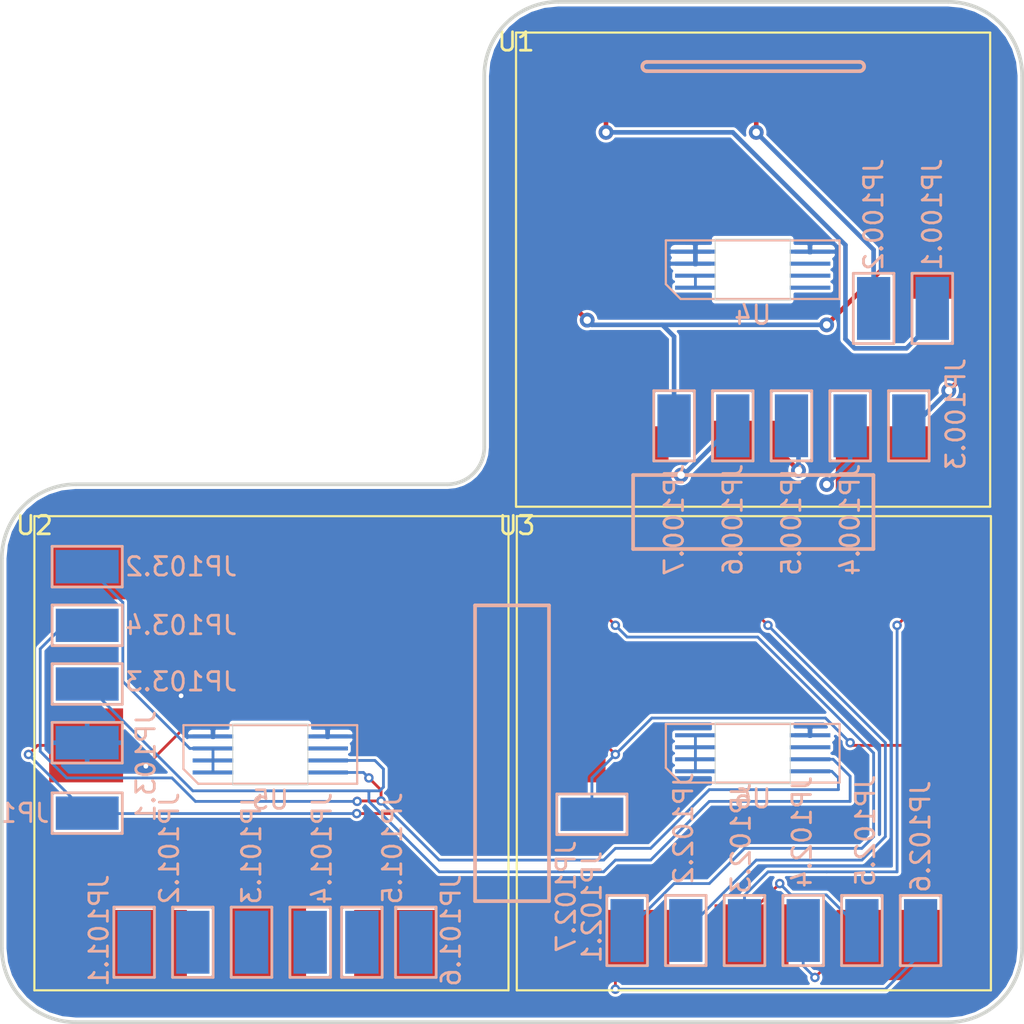
<source format=kicad_pcb>
(kicad_pcb (version 20171130) (host pcbnew "(5.1.12)-1")

  (general
    (thickness 0.8)
    (drawings 106)
    (tracks 175)
    (zones 0)
    (modules 31)
    (nets 29)
  )

  (page A4)
  (layers
    (0 F.Cu signal)
    (31 B.Cu signal)
    (32 B.Adhes user)
    (34 B.Paste user)
    (36 B.SilkS user hide)
    (38 B.Mask user)
    (40 Dwgs.User user)
    (41 Cmts.User user)
    (42 Eco1.User user hide)
    (43 Eco2.User user)
    (44 Edge.Cuts user)
    (45 Margin user)
    (46 B.CrtYd user)
    (47 F.CrtYd user)
    (48 B.Fab user hide)
    (49 F.Fab user hide)
  )

  (setup
    (last_trace_width 0.1524)
    (user_trace_width 0.1524)
    (user_trace_width 0.2286)
    (trace_clearance 0.1524)
    (zone_clearance 0.1524)
    (zone_45_only no)
    (trace_min 0.1524)
    (via_size 0.8)
    (via_drill 0.4)
    (via_min_size 0.127)
    (via_min_drill 0.254)
    (user_via 0.508 0.254)
    (uvia_size 0.3)
    (uvia_drill 0.1)
    (uvias_allowed no)
    (uvia_min_size 0.2)
    (uvia_min_drill 0.1)
    (edge_width 0.1)
    (segment_width 0.2)
    (pcb_text_width 0.3)
    (pcb_text_size 1.5 1.5)
    (mod_edge_width 0.15)
    (mod_text_size 1 1)
    (mod_text_width 0.15)
    (pad_size 3.4 1.8)
    (pad_drill 0)
    (pad_to_mask_clearance 0)
    (aux_axis_origin 0 0)
    (visible_elements FFFFFF7F)
    (pcbplotparams
      (layerselection 0x010fc_ffffffff)
      (usegerberextensions false)
      (usegerberattributes true)
      (usegerberadvancedattributes true)
      (creategerberjobfile true)
      (excludeedgelayer true)
      (linewidth 0.100000)
      (plotframeref false)
      (viasonmask false)
      (mode 1)
      (useauxorigin false)
      (hpglpennumber 1)
      (hpglpenspeed 20)
      (hpglpendiameter 15.000000)
      (psnegative false)
      (psa4output false)
      (plotreference true)
      (plotvalue true)
      (plotinvisibletext false)
      (padsonsilk false)
      (subtractmaskfromsilk false)
      (outputformat 1)
      (mirror false)
      (drillshape 1)
      (scaleselection 1)
      (outputdirectory ""))
  )

  (net 0 "")
  (net 1 CELL_1)
  (net 2 CELL_2)
  (net 3 CELL_3)
  (net 4 CELL_4)
  (net 5 CELL_5)
  (net 6 CELL_6)
  (net 7 CP_1)
  (net 8 CELL_12)
  (net 9 CELL_11)
  (net 10 CELL_10)
  (net 11 CELL_9)
  (net 12 CELL_8)
  (net 13 CELL_7)
  (net 14 CP_2)
  (net 15 CELL_13)
  (net 16 CELL_14)
  (net 17 CELL_15)
  (net 18 CELL_16)
  (net 19 CELL_17)
  (net 20 CELL_18)
  (net 21 CP_3)
  (net 22 GND)
  (net 23 VDD)
  (net 24 SCL)
  (net 25 SDA)
  (net 26 "Net-(U4-Pad3)")
  (net 27 "Net-(U5-Pad3)")
  (net 28 "Net-(U6-Pad3)")

  (net_class Default "This is the default net class."
    (clearance 0.1524)
    (trace_width 0.1524)
    (via_dia 0.8)
    (via_drill 0.4)
    (uvia_dia 0.3)
    (uvia_drill 0.1)
    (add_net CELL_1)
    (add_net CELL_10)
    (add_net CELL_11)
    (add_net CELL_12)
    (add_net CELL_13)
    (add_net CELL_14)
    (add_net CELL_15)
    (add_net CELL_16)
    (add_net CELL_17)
    (add_net CELL_18)
    (add_net CELL_2)
    (add_net CELL_3)
    (add_net CELL_4)
    (add_net CELL_5)
    (add_net CELL_6)
    (add_net CELL_7)
    (add_net CELL_8)
    (add_net CELL_9)
    (add_net CP_1)
    (add_net CP_2)
    (add_net CP_3)
    (add_net GND)
    (add_net "Net-(U4-Pad3)")
    (add_net "Net-(U5-Pad3)")
    (add_net "Net-(U6-Pad3)")
    (add_net SCL)
    (add_net SDA)
    (add_net VDD)
  )

  (module Perovskite:Perovskite (layer F.Cu) (tedit 6368C0DA) (tstamp 64B48492)
    (at 75.2475 100.7745)
    (path /6368D231)
    (fp_text reference U2 (at 0 0.5) (layer F.SilkS)
      (effects (font (size 1 1) (thickness 0.15)))
    )
    (fp_text value Perovskite_CP_6_Cell (at 0 -0.5) (layer F.Fab)
      (effects (font (size 1 1) (thickness 0.15)))
    )
    (fp_line (start 0 25.65) (end 25.65 0) (layer Eco1.User) (width 0.12))
    (fp_line (start 0 0) (end 25.65 25.65) (layer Eco1.User) (width 0.12))
    (fp_line (start 0 0) (end 0 25.65) (layer F.SilkS) (width 0.12))
    (fp_line (start 25.65 0) (end 25.65 25.65) (layer F.SilkS) (width 0.12))
    (fp_line (start 0 25.65) (end 25.65 25.65) (layer F.SilkS) (width 0.12))
    (fp_line (start 0 0) (end 25.65 0) (layer F.SilkS) (width 0.12))
    (pad 7 smd rect (at 23 12.4) (size 4 4) (layers F.Cu F.Paste F.Mask)
      (net 14 CP_2))
    (pad 7 smd rect (at 2.8 12.4) (size 4 4) (layers F.Cu F.Paste F.Mask)
      (net 14 CP_2))
    (pad 5 smd rect (at 12.7 23) (size 4 4) (layers F.Cu F.Paste F.Mask)
      (net 9 CELL_11))
    (pad 2 smd rect (at 12.75 2.7) (size 4 4) (layers F.Cu F.Paste F.Mask)
      (net 12 CELL_8))
    (pad 6 smd rect (at 4.55 23.2) (size 7.4 3.8) (layers F.Cu F.Paste F.Mask)
      (net 8 CELL_12))
    (pad 4 smd rect (at 21 23.2) (size 7.4 3.8) (layers F.Cu F.Paste F.Mask)
      (net 10 CELL_10))
    (pad 3 smd rect (at 21 2.6) (size 7.4 3.8) (layers F.Cu F.Paste F.Mask)
      (net 11 CELL_9))
    (pad 1 smd rect (at 4.55 2.6) (size 7.4 3.8) (layers F.Cu F.Paste F.Mask)
      (net 13 CELL_7))
  )

  (module MCP9804_Custom:MCP9804_With_Hole (layer B.Cu) (tedit 636C7334) (tstamp 64B484EF)
    (at 114.1095 113.6015)
    (path /636A02E7)
    (attr smd)
    (fp_text reference U6 (at 0 2.458) (layer B.SilkS)
      (effects (font (size 1 1) (thickness 0.15)) (justify mirror))
    )
    (fp_text value MCP9808_MSOP (at 0 3.81) (layer B.Fab)
      (effects (font (size 1 1) (thickness 0.15)) (justify mirror))
    )
    (fp_line (start -4.7 0.785) (end -3.9 1.585) (layer B.SilkS) (width 0.12))
    (fp_line (start -3.9 1.585) (end 4.7 1.585) (layer B.SilkS) (width 0.12))
    (fp_line (start 4.7 1.585) (end 4.7 -1.585) (layer B.SilkS) (width 0.12))
    (fp_line (start 4.7 -1.585) (end -4.7 -1.585) (layer B.SilkS) (width 0.12))
    (fp_line (start -4.7 -1.585) (end -4.7 0.785) (layer B.SilkS) (width 0.12))
    (fp_line (start 4.45 1.34) (end 4.45 -1.34) (layer B.CrtYd) (width 0.05))
    (fp_line (start 4.45 -1.34) (end -4.45 -1.34) (layer B.CrtYd) (width 0.05))
    (fp_line (start -4.45 -1.34) (end -4.45 1.34) (layer B.CrtYd) (width 0.05))
    (fp_line (start -4.45 1.34) (end 4.45 1.34) (layer B.CrtYd) (width 0.05))
    (fp_line (start -2 1.6) (end 2 1.6) (layer Eco1.User) (width 0.12))
    (fp_line (start -2 1.6) (end -2 -1.6) (layer Eco1.User) (width 0.12))
    (fp_line (start -2 -1.6) (end 2 -1.6) (layer Eco1.User) (width 0.12))
    (fp_line (start 2 1.6) (end 2 -1.6) (layer Eco1.User) (width 0.12))
    (pad 5 smd rect (at -3.1 -0.975 90) (size 0.22 2.2) (layers B.Cu B.Paste B.Mask)
      (net 23 VDD))
    (pad 4 smd rect (at 3.1 -0.975 90) (size 0.22 2.2) (layers B.Cu B.Paste B.Mask)
      (net 22 GND))
    (pad 6 smd rect (at -3.1 -0.325 90) (size 0.22 2.2) (layers B.Cu B.Paste B.Mask)
      (net 23 VDD))
    (pad 3 smd rect (at 3.1 -0.325 90) (size 0.22 2.2) (layers B.Cu B.Paste B.Mask)
      (net 28 "Net-(U6-Pad3)"))
    (pad 7 smd rect (at -3.1 0.325 90) (size 0.22 2.2) (layers B.Cu B.Paste B.Mask)
      (net 23 VDD))
    (pad 2 smd rect (at 3.1 0.325 90) (size 0.22 2.2) (layers B.Cu B.Paste B.Mask)
      (net 24 SCL))
    (pad 8 smd rect (at -3.1 0.975 90) (size 0.22 2.2) (layers B.Cu B.Paste B.Mask)
      (net 23 VDD))
    (pad 1 smd rect (at 3.1 0.975 90) (size 0.22 2.2) (layers B.Cu B.Paste B.Mask)
      (net 25 SDA))
    (model "${KIPRJMOD}/KiCAD Parts/MCP9804/MCP9801-M_MS.stp"
      (offset (xyz 0 0 0.2))
      (scale (xyz 1 1 1))
      (rotate (xyz 0 180 0))
    )
  )

  (module MCP9804_Custom:MCP9804_With_Hole (layer B.Cu) (tedit 636C7334) (tstamp 64B484D6)
    (at 88.011 113.665)
    (path /6369FACF)
    (attr smd)
    (fp_text reference U5 (at 0 2.458) (layer B.SilkS)
      (effects (font (size 1 1) (thickness 0.15)) (justify mirror))
    )
    (fp_text value MCP9808_MSOP (at 0 3.81) (layer B.Fab)
      (effects (font (size 1 1) (thickness 0.15)) (justify mirror))
    )
    (fp_line (start -4.7 0.785) (end -3.9 1.585) (layer B.SilkS) (width 0.12))
    (fp_line (start -3.9 1.585) (end 4.7 1.585) (layer B.SilkS) (width 0.12))
    (fp_line (start 4.7 1.585) (end 4.7 -1.585) (layer B.SilkS) (width 0.12))
    (fp_line (start 4.7 -1.585) (end -4.7 -1.585) (layer B.SilkS) (width 0.12))
    (fp_line (start -4.7 -1.585) (end -4.7 0.785) (layer B.SilkS) (width 0.12))
    (fp_line (start 4.45 1.34) (end 4.45 -1.34) (layer B.CrtYd) (width 0.05))
    (fp_line (start 4.45 -1.34) (end -4.45 -1.34) (layer B.CrtYd) (width 0.05))
    (fp_line (start -4.45 -1.34) (end -4.45 1.34) (layer B.CrtYd) (width 0.05))
    (fp_line (start -4.45 1.34) (end 4.45 1.34) (layer B.CrtYd) (width 0.05))
    (fp_line (start -2 1.6) (end 2 1.6) (layer Eco1.User) (width 0.12))
    (fp_line (start -2 1.6) (end -2 -1.6) (layer Eco1.User) (width 0.12))
    (fp_line (start -2 -1.6) (end 2 -1.6) (layer Eco1.User) (width 0.12))
    (fp_line (start 2 1.6) (end 2 -1.6) (layer Eco1.User) (width 0.12))
    (pad 5 smd rect (at -3.1 -0.975 90) (size 0.22 2.2) (layers B.Cu B.Paste B.Mask)
      (net 22 GND))
    (pad 4 smd rect (at 3.1 -0.975 90) (size 0.22 2.2) (layers B.Cu B.Paste B.Mask)
      (net 22 GND))
    (pad 6 smd rect (at -3.1 -0.325 90) (size 0.22 2.2) (layers B.Cu B.Paste B.Mask)
      (net 23 VDD))
    (pad 3 smd rect (at 3.1 -0.325 90) (size 0.22 2.2) (layers B.Cu B.Paste B.Mask)
      (net 27 "Net-(U5-Pad3)"))
    (pad 7 smd rect (at -3.1 0.325 90) (size 0.22 2.2) (layers B.Cu B.Paste B.Mask)
      (net 23 VDD))
    (pad 2 smd rect (at 3.1 0.325 90) (size 0.22 2.2) (layers B.Cu B.Paste B.Mask)
      (net 24 SCL))
    (pad 8 smd rect (at -3.1 0.975 90) (size 0.22 2.2) (layers B.Cu B.Paste B.Mask)
      (net 23 VDD))
    (pad 1 smd rect (at 3.1 0.975 90) (size 0.22 2.2) (layers B.Cu B.Paste B.Mask)
      (net 25 SDA))
    (model "${KIPRJMOD}/KiCAD Parts/MCP9804/MCP9801-M_MS.stp"
      (offset (xyz 0 0 0.2))
      (scale (xyz 1 1 1))
      (rotate (xyz 0 180 0))
    )
  )

  (module MCP9804_Custom:MCP9804_With_Hole (layer B.Cu) (tedit 636C7334) (tstamp 64B484BD)
    (at 114.1095 87.4395)
    (path /6369EDDD)
    (attr smd)
    (fp_text reference U4 (at 0 2.458) (layer B.SilkS)
      (effects (font (size 1 1) (thickness 0.15)) (justify mirror))
    )
    (fp_text value MCP9808_MSOP (at 0 3.81) (layer B.Fab)
      (effects (font (size 1 1) (thickness 0.15)) (justify mirror))
    )
    (fp_line (start -4.7 0.785) (end -3.9 1.585) (layer B.SilkS) (width 0.12))
    (fp_line (start -3.9 1.585) (end 4.7 1.585) (layer B.SilkS) (width 0.12))
    (fp_line (start 4.7 1.585) (end 4.7 -1.585) (layer B.SilkS) (width 0.12))
    (fp_line (start 4.7 -1.585) (end -4.7 -1.585) (layer B.SilkS) (width 0.12))
    (fp_line (start -4.7 -1.585) (end -4.7 0.785) (layer B.SilkS) (width 0.12))
    (fp_line (start 4.45 1.34) (end 4.45 -1.34) (layer B.CrtYd) (width 0.05))
    (fp_line (start 4.45 -1.34) (end -4.45 -1.34) (layer B.CrtYd) (width 0.05))
    (fp_line (start -4.45 -1.34) (end -4.45 1.34) (layer B.CrtYd) (width 0.05))
    (fp_line (start -4.45 1.34) (end 4.45 1.34) (layer B.CrtYd) (width 0.05))
    (fp_line (start -2 1.6) (end 2 1.6) (layer Eco1.User) (width 0.12))
    (fp_line (start -2 1.6) (end -2 -1.6) (layer Eco1.User) (width 0.12))
    (fp_line (start -2 -1.6) (end 2 -1.6) (layer Eco1.User) (width 0.12))
    (fp_line (start 2 1.6) (end 2 -1.6) (layer Eco1.User) (width 0.12))
    (pad 5 smd rect (at -3.1 -0.975 90) (size 0.22 2.2) (layers B.Cu B.Paste B.Mask)
      (net 22 GND))
    (pad 4 smd rect (at 3.1 -0.975 90) (size 0.22 2.2) (layers B.Cu B.Paste B.Mask)
      (net 22 GND))
    (pad 6 smd rect (at -3.1 -0.325 90) (size 0.22 2.2) (layers B.Cu B.Paste B.Mask)
      (net 22 GND))
    (pad 3 smd rect (at 3.1 -0.325 90) (size 0.22 2.2) (layers B.Cu B.Paste B.Mask)
      (net 26 "Net-(U4-Pad3)"))
    (pad 7 smd rect (at -3.1 0.325 90) (size 0.22 2.2) (layers B.Cu B.Paste B.Mask)
      (net 23 VDD))
    (pad 2 smd rect (at 3.1 0.325 90) (size 0.22 2.2) (layers B.Cu B.Paste B.Mask)
      (net 24 SCL))
    (pad 8 smd rect (at -3.1 0.975 90) (size 0.22 2.2) (layers B.Cu B.Paste B.Mask)
      (net 23 VDD))
    (pad 1 smd rect (at 3.1 0.975 90) (size 0.22 2.2) (layers B.Cu B.Paste B.Mask)
      (net 25 SDA))
    (model "${KIPRJMOD}/KiCAD Parts/MCP9804/MCP9801-M_MS.stp"
      (offset (xyz 0 0 0.25))
      (scale (xyz 1 1 1))
      (rotate (xyz 0 180 0))
    )
  )

  (module Perovskite:Perovskite (layer F.Cu) (tedit 6368C0DA) (tstamp 64B484A4)
    (at 101.346 100.7745)
    (path /63690578)
    (fp_text reference U3 (at 0 0.5) (layer F.SilkS)
      (effects (font (size 1 1) (thickness 0.15)))
    )
    (fp_text value Perovskite_CP_6_Cell (at 0 -0.5) (layer F.Fab)
      (effects (font (size 1 1) (thickness 0.15)))
    )
    (fp_line (start 0 25.65) (end 25.65 0) (layer Eco1.User) (width 0.12))
    (fp_line (start 0 0) (end 25.65 25.65) (layer Eco1.User) (width 0.12))
    (fp_line (start 0 0) (end 0 25.65) (layer F.SilkS) (width 0.12))
    (fp_line (start 25.65 0) (end 25.65 25.65) (layer F.SilkS) (width 0.12))
    (fp_line (start 0 25.65) (end 25.65 25.65) (layer F.SilkS) (width 0.12))
    (fp_line (start 0 0) (end 25.65 0) (layer F.SilkS) (width 0.12))
    (pad 7 smd rect (at 23 12.4) (size 4 4) (layers F.Cu F.Paste F.Mask)
      (net 21 CP_3))
    (pad 7 smd rect (at 2.8 12.4) (size 4 4) (layers F.Cu F.Paste F.Mask)
      (net 21 CP_3))
    (pad 5 smd rect (at 12.7 23) (size 4 4) (layers F.Cu F.Paste F.Mask)
      (net 19 CELL_17))
    (pad 2 smd rect (at 12.75 2.7) (size 4 4) (layers F.Cu F.Paste F.Mask)
      (net 16 CELL_14))
    (pad 6 smd rect (at 4.55 23.2) (size 7.4 3.8) (layers F.Cu F.Paste F.Mask)
      (net 20 CELL_18))
    (pad 4 smd rect (at 21 23.2) (size 7.4 3.8) (layers F.Cu F.Paste F.Mask)
      (net 18 CELL_16))
    (pad 3 smd rect (at 21 2.6) (size 7.4 3.8) (layers F.Cu F.Paste F.Mask)
      (net 17 CELL_15))
    (pad 1 smd rect (at 4.55 2.6) (size 7.4 3.8) (layers F.Cu F.Paste F.Mask)
      (net 15 CELL_13))
  )

  (module Perovskite:Perovskite (layer F.Cu) (tedit 6368C0DA) (tstamp 64B48BFB)
    (at 101.3045 74.6125)
    (path /636879E9)
    (fp_text reference U1 (at 0 0.5) (layer F.SilkS)
      (effects (font (size 1 1) (thickness 0.15)))
    )
    (fp_text value Perovskite_CP_6_Cell (at 0 -0.5) (layer F.Fab)
      (effects (font (size 1 1) (thickness 0.15)))
    )
    (fp_line (start 0 25.65) (end 25.65 0) (layer Eco1.User) (width 0.12))
    (fp_line (start 0 0) (end 25.65 25.65) (layer Eco1.User) (width 0.12))
    (fp_line (start 0 0) (end 0 25.65) (layer F.SilkS) (width 0.12))
    (fp_line (start 25.65 0) (end 25.65 25.65) (layer F.SilkS) (width 0.12))
    (fp_line (start 0 25.65) (end 25.65 25.65) (layer F.SilkS) (width 0.12))
    (fp_line (start 0 0) (end 25.65 0) (layer F.SilkS) (width 0.12))
    (pad 7 smd rect (at 23 12.4) (size 4 4) (layers F.Cu F.Paste F.Mask)
      (net 7 CP_1))
    (pad 7 smd rect (at 2.8 12.4) (size 4 4) (layers F.Cu F.Paste F.Mask)
      (net 7 CP_1))
    (pad 5 smd rect (at 12.7 23) (size 4 4) (layers F.Cu F.Paste F.Mask)
      (net 5 CELL_5))
    (pad 2 smd rect (at 12.75 2.7) (size 4 4) (layers F.Cu F.Paste F.Mask)
      (net 2 CELL_2))
    (pad 6 smd rect (at 4.55 23.2) (size 7.4 3.8) (layers F.Cu F.Paste F.Mask)
      (net 6 CELL_6))
    (pad 4 smd rect (at 21 23.2) (size 7.4 3.8) (layers F.Cu F.Paste F.Mask)
      (net 4 CELL_4))
    (pad 3 smd rect (at 21 2.6) (size 7.4 3.8) (layers F.Cu F.Paste F.Mask)
      (net 3 CELL_3))
    (pad 1 smd rect (at 4.55 2.6) (size 7.4 3.8) (layers F.Cu F.Paste F.Mask)
      (net 1 CELL_1))
  )

  (module TestPoint:TestPoint_Keystone_5015_Micro-Minature (layer B.Cu) (tedit 5A0F774F) (tstamp 64B4A681)
    (at 78.105 106.68)
    (descr "SMT Test Point- Micro Miniature 5015, http://www.keyelco.com/product-pdf.cfm?p=1353")
    (tags "Test Point")
    (path /64B7D4E1)
    (attr smd)
    (fp_text reference JP103.4 (at 5.08 0) (layer B.SilkS)
      (effects (font (size 1 1) (thickness 0.15)) (justify mirror))
    )
    (fp_text value Conn_01x01 (at 0 -2.25) (layer B.Fab)
      (effects (font (size 1 1) (thickness 0.15)) (justify mirror))
    )
    (fp_text user %R (at 0 0) (layer B.Fab)
      (effects (font (size 0.6 0.6) (thickness 0.09)) (justify mirror))
    )
    (fp_line (start -2.15 1.35) (end 2.15 1.35) (layer B.CrtYd) (width 0.05))
    (fp_line (start 2.15 1.35) (end 2.15 -1.35) (layer B.CrtYd) (width 0.05))
    (fp_line (start 2.15 -1.35) (end -2.15 -1.35) (layer B.CrtYd) (width 0.05))
    (fp_line (start -2.15 -1.35) (end -2.15 1.35) (layer B.CrtYd) (width 0.05))
    (fp_line (start -1.9 1.1) (end 1.9 1.1) (layer B.SilkS) (width 0.15))
    (fp_line (start 1.9 1.1) (end 1.9 -1.1) (layer B.SilkS) (width 0.15))
    (fp_line (start 1.9 -1.1) (end -1.9 -1.1) (layer B.SilkS) (width 0.15))
    (fp_line (start -1.9 -1.1) (end -1.9 1.1) (layer B.SilkS) (width 0.15))
    (fp_line (start -1.35 -0.5) (end 1.35 -0.5) (layer B.Fab) (width 0.15))
    (fp_line (start 1.35 0.5) (end 1.35 -0.5) (layer B.Fab) (width 0.15))
    (fp_line (start 1.35 0.5) (end -1.35 0.5) (layer B.Fab) (width 0.15))
    (fp_line (start -1.35 -0.5) (end -1.35 0.5) (layer B.Fab) (width 0.15))
    (pad 1 smd rect (at 0 0) (size 3.4 1.8) (layers B.Cu B.Paste B.Mask)
      (net 25 SDA))
    (model ${KISYS3DMOD}/TestPoint.3dshapes/TestPoint_Keystone_5015_Micro-Minature.wrl
      (at (xyz 0 0 0))
      (scale (xyz 1 1 1))
      (rotate (xyz 0 0 0))
    )
  )

  (module TestPoint:TestPoint_Keystone_5015_Micro-Minature (layer B.Cu) (tedit 5A0F774F) (tstamp 64B4845C)
    (at 78.105 109.855)
    (descr "SMT Test Point- Micro Miniature 5015, http://www.keyelco.com/product-pdf.cfm?p=1353")
    (tags "Test Point")
    (path /64B5D108)
    (attr smd)
    (fp_text reference JP103.3 (at 5.08 -0.127 180) (layer B.SilkS)
      (effects (font (size 1 1) (thickness 0.15)) (justify mirror))
    )
    (fp_text value Conn_01x01 (at 0 -2.25) (layer B.Fab)
      (effects (font (size 1 1) (thickness 0.15)) (justify mirror))
    )
    (fp_text user %R (at 0 0) (layer B.Fab)
      (effects (font (size 0.6 0.6) (thickness 0.09)) (justify mirror))
    )
    (fp_line (start -2.15 1.35) (end 2.15 1.35) (layer B.CrtYd) (width 0.05))
    (fp_line (start 2.15 1.35) (end 2.15 -1.35) (layer B.CrtYd) (width 0.05))
    (fp_line (start 2.15 -1.35) (end -2.15 -1.35) (layer B.CrtYd) (width 0.05))
    (fp_line (start -2.15 -1.35) (end -2.15 1.35) (layer B.CrtYd) (width 0.05))
    (fp_line (start -1.9 1.1) (end 1.9 1.1) (layer B.SilkS) (width 0.15))
    (fp_line (start 1.9 1.1) (end 1.9 -1.1) (layer B.SilkS) (width 0.15))
    (fp_line (start 1.9 -1.1) (end -1.9 -1.1) (layer B.SilkS) (width 0.15))
    (fp_line (start -1.9 -1.1) (end -1.9 1.1) (layer B.SilkS) (width 0.15))
    (fp_line (start -1.35 -0.5) (end 1.35 -0.5) (layer B.Fab) (width 0.15))
    (fp_line (start 1.35 0.5) (end 1.35 -0.5) (layer B.Fab) (width 0.15))
    (fp_line (start 1.35 0.5) (end -1.35 0.5) (layer B.Fab) (width 0.15))
    (fp_line (start -1.35 -0.5) (end -1.35 0.5) (layer B.Fab) (width 0.15))
    (pad 1 smd rect (at 0 0) (size 3.4 1.8) (layers B.Cu B.Paste B.Mask)
      (net 24 SCL))
    (model ${KISYS3DMOD}/TestPoint.3dshapes/TestPoint_Keystone_5015_Micro-Minature.wrl
      (at (xyz 0 0 0))
      (scale (xyz 1 1 1))
      (rotate (xyz 0 0 0))
    )
  )

  (module TestPoint:TestPoint_Keystone_5015_Micro-Minature (layer B.Cu) (tedit 5A0F774F) (tstamp 64B4844A)
    (at 78.105 103.505)
    (descr "SMT Test Point- Micro Miniature 5015, http://www.keyelco.com/product-pdf.cfm?p=1353")
    (tags "Test Point")
    (path /64B5D102)
    (attr smd)
    (fp_text reference JP103.2 (at 5.08 0) (layer B.SilkS)
      (effects (font (size 1 1) (thickness 0.15)) (justify mirror))
    )
    (fp_text value Conn_01x01 (at 0 -2.25) (layer B.Fab)
      (effects (font (size 1 1) (thickness 0.15)) (justify mirror))
    )
    (fp_text user %R (at 0 0) (layer B.Fab)
      (effects (font (size 0.6 0.6) (thickness 0.09)) (justify mirror))
    )
    (fp_line (start -2.15 1.35) (end 2.15 1.35) (layer B.CrtYd) (width 0.05))
    (fp_line (start 2.15 1.35) (end 2.15 -1.35) (layer B.CrtYd) (width 0.05))
    (fp_line (start 2.15 -1.35) (end -2.15 -1.35) (layer B.CrtYd) (width 0.05))
    (fp_line (start -2.15 -1.35) (end -2.15 1.35) (layer B.CrtYd) (width 0.05))
    (fp_line (start -1.9 1.1) (end 1.9 1.1) (layer B.SilkS) (width 0.15))
    (fp_line (start 1.9 1.1) (end 1.9 -1.1) (layer B.SilkS) (width 0.15))
    (fp_line (start 1.9 -1.1) (end -1.9 -1.1) (layer B.SilkS) (width 0.15))
    (fp_line (start -1.9 -1.1) (end -1.9 1.1) (layer B.SilkS) (width 0.15))
    (fp_line (start -1.35 -0.5) (end 1.35 -0.5) (layer B.Fab) (width 0.15))
    (fp_line (start 1.35 0.5) (end 1.35 -0.5) (layer B.Fab) (width 0.15))
    (fp_line (start 1.35 0.5) (end -1.35 0.5) (layer B.Fab) (width 0.15))
    (fp_line (start -1.35 -0.5) (end -1.35 0.5) (layer B.Fab) (width 0.15))
    (pad 1 smd rect (at 0 0) (size 3.4 1.8) (layers B.Cu B.Paste B.Mask)
      (net 23 VDD))
    (model ${KISYS3DMOD}/TestPoint.3dshapes/TestPoint_Keystone_5015_Micro-Minature.wrl
      (at (xyz 0 0 0))
      (scale (xyz 1 1 1))
      (rotate (xyz 0 0 0))
    )
  )

  (module TestPoint:TestPoint_Keystone_5015_Micro-Minature (layer B.Cu) (tedit 5A0F774F) (tstamp 64B48438)
    (at 78.105 113.03)
    (descr "SMT Test Point- Micro Miniature 5015, http://www.keyelco.com/product-pdf.cfm?p=1353")
    (tags "Test Point")
    (path /64B5D0FC)
    (attr smd)
    (fp_text reference JP103.1 (at 3.175 1.27 90) (layer B.SilkS)
      (effects (font (size 1 1) (thickness 0.15)) (justify mirror))
    )
    (fp_text value Conn_01x01 (at 0 -2.25) (layer B.Fab)
      (effects (font (size 1 1) (thickness 0.15)) (justify mirror))
    )
    (fp_text user %R (at 0 0) (layer B.Fab)
      (effects (font (size 0.6 0.6) (thickness 0.09)) (justify mirror))
    )
    (fp_line (start -2.15 1.35) (end 2.15 1.35) (layer B.CrtYd) (width 0.05))
    (fp_line (start 2.15 1.35) (end 2.15 -1.35) (layer B.CrtYd) (width 0.05))
    (fp_line (start 2.15 -1.35) (end -2.15 -1.35) (layer B.CrtYd) (width 0.05))
    (fp_line (start -2.15 -1.35) (end -2.15 1.35) (layer B.CrtYd) (width 0.05))
    (fp_line (start -1.9 1.1) (end 1.9 1.1) (layer B.SilkS) (width 0.15))
    (fp_line (start 1.9 1.1) (end 1.9 -1.1) (layer B.SilkS) (width 0.15))
    (fp_line (start 1.9 -1.1) (end -1.9 -1.1) (layer B.SilkS) (width 0.15))
    (fp_line (start -1.9 -1.1) (end -1.9 1.1) (layer B.SilkS) (width 0.15))
    (fp_line (start -1.35 -0.5) (end 1.35 -0.5) (layer B.Fab) (width 0.15))
    (fp_line (start 1.35 0.5) (end 1.35 -0.5) (layer B.Fab) (width 0.15))
    (fp_line (start 1.35 0.5) (end -1.35 0.5) (layer B.Fab) (width 0.15))
    (fp_line (start -1.35 -0.5) (end -1.35 0.5) (layer B.Fab) (width 0.15))
    (pad 1 smd rect (at 0 0) (size 3.4 1.8) (layers B.Cu B.Paste B.Mask)
      (net 22 GND))
    (model ${KISYS3DMOD}/TestPoint.3dshapes/TestPoint_Keystone_5015_Micro-Minature.wrl
      (at (xyz 0 0 0))
      (scale (xyz 1 1 1))
      (rotate (xyz 0 0 0))
    )
  )

  (module TestPoint:TestPoint_Keystone_5015_Micro-Minature (layer B.Cu) (tedit 5A0F774F) (tstamp 64B48426)
    (at 105.41 116.9035 180)
    (descr "SMT Test Point- Micro Miniature 5015, http://www.keyelco.com/product-pdf.cfm?p=1353")
    (tags "Test Point")
    (path /64B5D0F6)
    (attr smd)
    (fp_text reference JP102.7 (at 1.397 -4.445 90) (layer B.SilkS)
      (effects (font (size 1 1) (thickness 0.15)) (justify mirror))
    )
    (fp_text value Conn_01x01 (at 0 -2.25) (layer B.Fab)
      (effects (font (size 1 1) (thickness 0.15)) (justify mirror))
    )
    (fp_text user %R (at 0 0) (layer B.Fab)
      (effects (font (size 0.6 0.6) (thickness 0.09)) (justify mirror))
    )
    (fp_line (start -2.15 1.35) (end 2.15 1.35) (layer B.CrtYd) (width 0.05))
    (fp_line (start 2.15 1.35) (end 2.15 -1.35) (layer B.CrtYd) (width 0.05))
    (fp_line (start 2.15 -1.35) (end -2.15 -1.35) (layer B.CrtYd) (width 0.05))
    (fp_line (start -2.15 -1.35) (end -2.15 1.35) (layer B.CrtYd) (width 0.05))
    (fp_line (start -1.9 1.1) (end 1.9 1.1) (layer B.SilkS) (width 0.15))
    (fp_line (start 1.9 1.1) (end 1.9 -1.1) (layer B.SilkS) (width 0.15))
    (fp_line (start 1.9 -1.1) (end -1.9 -1.1) (layer B.SilkS) (width 0.15))
    (fp_line (start -1.9 -1.1) (end -1.9 1.1) (layer B.SilkS) (width 0.15))
    (fp_line (start -1.35 -0.5) (end 1.35 -0.5) (layer B.Fab) (width 0.15))
    (fp_line (start 1.35 0.5) (end 1.35 -0.5) (layer B.Fab) (width 0.15))
    (fp_line (start 1.35 0.5) (end -1.35 0.5) (layer B.Fab) (width 0.15))
    (fp_line (start -1.35 -0.5) (end -1.35 0.5) (layer B.Fab) (width 0.15))
    (pad 1 smd rect (at 0 0 180) (size 3.4 1.8) (layers B.Cu B.Paste B.Mask)
      (net 21 CP_3))
    (model ${KISYS3DMOD}/TestPoint.3dshapes/TestPoint_Keystone_5015_Micro-Minature.wrl
      (at (xyz 0 0 0))
      (scale (xyz 1 1 1))
      (rotate (xyz 0 0 0))
    )
  )

  (module TestPoint:TestPoint_Keystone_5015_Micro-Minature (layer B.Cu) (tedit 5A0F774F) (tstamp 64B48414)
    (at 123.19 123.19 90)
    (descr "SMT Test Point- Micro Miniature 5015, http://www.keyelco.com/product-pdf.cfm?p=1353")
    (tags "Test Point")
    (path /64B5B2AB)
    (attr smd)
    (fp_text reference JP102.6 (at 5.08 0 90) (layer B.SilkS)
      (effects (font (size 1 1) (thickness 0.15)) (justify mirror))
    )
    (fp_text value Conn_01x01 (at 0 -2.25 90) (layer B.Fab)
      (effects (font (size 1 1) (thickness 0.15)) (justify mirror))
    )
    (fp_text user %R (at 0 0 90) (layer B.Fab)
      (effects (font (size 0.6 0.6) (thickness 0.09)) (justify mirror))
    )
    (fp_line (start -2.15 1.35) (end 2.15 1.35) (layer B.CrtYd) (width 0.05))
    (fp_line (start 2.15 1.35) (end 2.15 -1.35) (layer B.CrtYd) (width 0.05))
    (fp_line (start 2.15 -1.35) (end -2.15 -1.35) (layer B.CrtYd) (width 0.05))
    (fp_line (start -2.15 -1.35) (end -2.15 1.35) (layer B.CrtYd) (width 0.05))
    (fp_line (start -1.9 1.1) (end 1.9 1.1) (layer B.SilkS) (width 0.15))
    (fp_line (start 1.9 1.1) (end 1.9 -1.1) (layer B.SilkS) (width 0.15))
    (fp_line (start 1.9 -1.1) (end -1.9 -1.1) (layer B.SilkS) (width 0.15))
    (fp_line (start -1.9 -1.1) (end -1.9 1.1) (layer B.SilkS) (width 0.15))
    (fp_line (start -1.35 -0.5) (end 1.35 -0.5) (layer B.Fab) (width 0.15))
    (fp_line (start 1.35 0.5) (end 1.35 -0.5) (layer B.Fab) (width 0.15))
    (fp_line (start 1.35 0.5) (end -1.35 0.5) (layer B.Fab) (width 0.15))
    (fp_line (start -1.35 -0.5) (end -1.35 0.5) (layer B.Fab) (width 0.15))
    (pad 1 smd rect (at 0 0 90) (size 3.4 1.8) (layers B.Cu B.Paste B.Mask)
      (net 20 CELL_18))
    (model ${KISYS3DMOD}/TestPoint.3dshapes/TestPoint_Keystone_5015_Micro-Minature.wrl
      (at (xyz 0 0 0))
      (scale (xyz 1 1 1))
      (rotate (xyz 0 0 0))
    )
  )

  (module TestPoint:TestPoint_Keystone_5015_Micro-Minature (layer B.Cu) (tedit 5A0F774F) (tstamp 64B48402)
    (at 120.015 123.19 90)
    (descr "SMT Test Point- Micro Miniature 5015, http://www.keyelco.com/product-pdf.cfm?p=1353")
    (tags "Test Point")
    (path /64B5B2A5)
    (attr smd)
    (fp_text reference JP102.5 (at 5.3975 0.1905 90) (layer B.SilkS)
      (effects (font (size 1 1) (thickness 0.15)) (justify mirror))
    )
    (fp_text value Conn_01x01 (at 0 -2.25 90) (layer B.Fab)
      (effects (font (size 1 1) (thickness 0.15)) (justify mirror))
    )
    (fp_text user %R (at 0 0 90) (layer B.Fab)
      (effects (font (size 0.6 0.6) (thickness 0.09)) (justify mirror))
    )
    (fp_line (start -2.15 1.35) (end 2.15 1.35) (layer B.CrtYd) (width 0.05))
    (fp_line (start 2.15 1.35) (end 2.15 -1.35) (layer B.CrtYd) (width 0.05))
    (fp_line (start 2.15 -1.35) (end -2.15 -1.35) (layer B.CrtYd) (width 0.05))
    (fp_line (start -2.15 -1.35) (end -2.15 1.35) (layer B.CrtYd) (width 0.05))
    (fp_line (start -1.9 1.1) (end 1.9 1.1) (layer B.SilkS) (width 0.15))
    (fp_line (start 1.9 1.1) (end 1.9 -1.1) (layer B.SilkS) (width 0.15))
    (fp_line (start 1.9 -1.1) (end -1.9 -1.1) (layer B.SilkS) (width 0.15))
    (fp_line (start -1.9 -1.1) (end -1.9 1.1) (layer B.SilkS) (width 0.15))
    (fp_line (start -1.35 -0.5) (end 1.35 -0.5) (layer B.Fab) (width 0.15))
    (fp_line (start 1.35 0.5) (end 1.35 -0.5) (layer B.Fab) (width 0.15))
    (fp_line (start 1.35 0.5) (end -1.35 0.5) (layer B.Fab) (width 0.15))
    (fp_line (start -1.35 -0.5) (end -1.35 0.5) (layer B.Fab) (width 0.15))
    (pad 1 smd rect (at 0 0 90) (size 3.4 1.8) (layers B.Cu B.Paste B.Mask)
      (net 19 CELL_17))
    (model ${KISYS3DMOD}/TestPoint.3dshapes/TestPoint_Keystone_5015_Micro-Minature.wrl
      (at (xyz 0 0 0))
      (scale (xyz 1 1 1))
      (rotate (xyz 0 0 0))
    )
  )

  (module TestPoint:TestPoint_Keystone_5015_Micro-Minature (layer B.Cu) (tedit 5A0F774F) (tstamp 64B483F0)
    (at 116.84 123.19 90)
    (descr "SMT Test Point- Micro Miniature 5015, http://www.keyelco.com/product-pdf.cfm?p=1353")
    (tags "Test Point")
    (path /64B5B29F)
    (attr smd)
    (fp_text reference JP102.4 (at 5.334 -0.0635 90) (layer B.SilkS)
      (effects (font (size 1 1) (thickness 0.15)) (justify mirror))
    )
    (fp_text value Conn_01x01 (at 0 -2.25 90) (layer B.Fab)
      (effects (font (size 1 1) (thickness 0.15)) (justify mirror))
    )
    (fp_text user %R (at 0 0 90) (layer B.Fab)
      (effects (font (size 0.6 0.6) (thickness 0.09)) (justify mirror))
    )
    (fp_line (start -2.15 1.35) (end 2.15 1.35) (layer B.CrtYd) (width 0.05))
    (fp_line (start 2.15 1.35) (end 2.15 -1.35) (layer B.CrtYd) (width 0.05))
    (fp_line (start 2.15 -1.35) (end -2.15 -1.35) (layer B.CrtYd) (width 0.05))
    (fp_line (start -2.15 -1.35) (end -2.15 1.35) (layer B.CrtYd) (width 0.05))
    (fp_line (start -1.9 1.1) (end 1.9 1.1) (layer B.SilkS) (width 0.15))
    (fp_line (start 1.9 1.1) (end 1.9 -1.1) (layer B.SilkS) (width 0.15))
    (fp_line (start 1.9 -1.1) (end -1.9 -1.1) (layer B.SilkS) (width 0.15))
    (fp_line (start -1.9 -1.1) (end -1.9 1.1) (layer B.SilkS) (width 0.15))
    (fp_line (start -1.35 -0.5) (end 1.35 -0.5) (layer B.Fab) (width 0.15))
    (fp_line (start 1.35 0.5) (end 1.35 -0.5) (layer B.Fab) (width 0.15))
    (fp_line (start 1.35 0.5) (end -1.35 0.5) (layer B.Fab) (width 0.15))
    (fp_line (start -1.35 -0.5) (end -1.35 0.5) (layer B.Fab) (width 0.15))
    (pad 1 smd rect (at 0 0 90) (size 3.4 1.8) (layers B.Cu B.Paste B.Mask)
      (net 18 CELL_16))
    (model ${KISYS3DMOD}/TestPoint.3dshapes/TestPoint_Keystone_5015_Micro-Minature.wrl
      (at (xyz 0 0 0))
      (scale (xyz 1 1 1))
      (rotate (xyz 0 0 0))
    )
  )

  (module TestPoint:TestPoint_Keystone_5015_Micro-Minature (layer B.Cu) (tedit 5A0F774F) (tstamp 64B483DE)
    (at 113.665 123.19 90)
    (descr "SMT Test Point- Micro Miniature 5015, http://www.keyelco.com/product-pdf.cfm?p=1353")
    (tags "Test Point")
    (path /64B5B299)
    (attr smd)
    (fp_text reference JP102.3 (at 5.0165 -0.1905 90) (layer B.SilkS)
      (effects (font (size 1 1) (thickness 0.15)) (justify mirror))
    )
    (fp_text value Conn_01x01 (at 0 -2.25 90) (layer B.Fab)
      (effects (font (size 1 1) (thickness 0.15)) (justify mirror))
    )
    (fp_text user %R (at 0 0 90) (layer B.Fab)
      (effects (font (size 0.6 0.6) (thickness 0.09)) (justify mirror))
    )
    (fp_line (start -2.15 1.35) (end 2.15 1.35) (layer B.CrtYd) (width 0.05))
    (fp_line (start 2.15 1.35) (end 2.15 -1.35) (layer B.CrtYd) (width 0.05))
    (fp_line (start 2.15 -1.35) (end -2.15 -1.35) (layer B.CrtYd) (width 0.05))
    (fp_line (start -2.15 -1.35) (end -2.15 1.35) (layer B.CrtYd) (width 0.05))
    (fp_line (start -1.9 1.1) (end 1.9 1.1) (layer B.SilkS) (width 0.15))
    (fp_line (start 1.9 1.1) (end 1.9 -1.1) (layer B.SilkS) (width 0.15))
    (fp_line (start 1.9 -1.1) (end -1.9 -1.1) (layer B.SilkS) (width 0.15))
    (fp_line (start -1.9 -1.1) (end -1.9 1.1) (layer B.SilkS) (width 0.15))
    (fp_line (start -1.35 -0.5) (end 1.35 -0.5) (layer B.Fab) (width 0.15))
    (fp_line (start 1.35 0.5) (end 1.35 -0.5) (layer B.Fab) (width 0.15))
    (fp_line (start 1.35 0.5) (end -1.35 0.5) (layer B.Fab) (width 0.15))
    (fp_line (start -1.35 -0.5) (end -1.35 0.5) (layer B.Fab) (width 0.15))
    (pad 1 smd rect (at 0 0 90) (size 3.4 1.8) (layers B.Cu B.Paste B.Mask)
      (net 17 CELL_15))
    (model ${KISYS3DMOD}/TestPoint.3dshapes/TestPoint_Keystone_5015_Micro-Minature.wrl
      (at (xyz 0 0 0))
      (scale (xyz 1 1 1))
      (rotate (xyz 0 0 0))
    )
  )

  (module TestPoint:TestPoint_Keystone_5015_Micro-Minature (layer B.Cu) (tedit 5A0F774F) (tstamp 64B483CC)
    (at 110.49 123.19 90)
    (descr "SMT Test Point- Micro Miniature 5015, http://www.keyelco.com/product-pdf.cfm?p=1353")
    (tags "Test Point")
    (path /64B59206)
    (attr smd)
    (fp_text reference JP102.2 (at 5.5245 -0.127 90) (layer B.SilkS)
      (effects (font (size 1 1) (thickness 0.15)) (justify mirror))
    )
    (fp_text value Conn_01x01 (at 0 -2.25 90) (layer B.Fab)
      (effects (font (size 1 1) (thickness 0.15)) (justify mirror))
    )
    (fp_text user %R (at 0 0 90) (layer B.Fab)
      (effects (font (size 0.6 0.6) (thickness 0.09)) (justify mirror))
    )
    (fp_line (start -2.15 1.35) (end 2.15 1.35) (layer B.CrtYd) (width 0.05))
    (fp_line (start 2.15 1.35) (end 2.15 -1.35) (layer B.CrtYd) (width 0.05))
    (fp_line (start 2.15 -1.35) (end -2.15 -1.35) (layer B.CrtYd) (width 0.05))
    (fp_line (start -2.15 -1.35) (end -2.15 1.35) (layer B.CrtYd) (width 0.05))
    (fp_line (start -1.9 1.1) (end 1.9 1.1) (layer B.SilkS) (width 0.15))
    (fp_line (start 1.9 1.1) (end 1.9 -1.1) (layer B.SilkS) (width 0.15))
    (fp_line (start 1.9 -1.1) (end -1.9 -1.1) (layer B.SilkS) (width 0.15))
    (fp_line (start -1.9 -1.1) (end -1.9 1.1) (layer B.SilkS) (width 0.15))
    (fp_line (start -1.35 -0.5) (end 1.35 -0.5) (layer B.Fab) (width 0.15))
    (fp_line (start 1.35 0.5) (end 1.35 -0.5) (layer B.Fab) (width 0.15))
    (fp_line (start 1.35 0.5) (end -1.35 0.5) (layer B.Fab) (width 0.15))
    (fp_line (start -1.35 -0.5) (end -1.35 0.5) (layer B.Fab) (width 0.15))
    (pad 1 smd rect (at 0 0 90) (size 3.4 1.8) (layers B.Cu B.Paste B.Mask)
      (net 16 CELL_14))
    (model ${KISYS3DMOD}/TestPoint.3dshapes/TestPoint_Keystone_5015_Micro-Minature.wrl
      (at (xyz 0 0 0))
      (scale (xyz 1 1 1))
      (rotate (xyz 0 0 0))
    )
  )

  (module TestPoint:TestPoint_Keystone_5015_Micro-Minature (layer B.Cu) (tedit 5A0F774F) (tstamp 64B483BA)
    (at 107.315 123.19 90)
    (descr "SMT Test Point- Micro Miniature 5015, http://www.keyelco.com/product-pdf.cfm?p=1353")
    (tags "Test Point")
    (path /64B59200)
    (attr smd)
    (fp_text reference JP102.1 (at 1.27 -1.905 270) (layer B.SilkS)
      (effects (font (size 1 1) (thickness 0.15)) (justify mirror))
    )
    (fp_text value Conn_01x01 (at 0 -2.25 90) (layer B.Fab)
      (effects (font (size 1 1) (thickness 0.15)) (justify mirror))
    )
    (fp_text user %R (at 0 0 90) (layer B.Fab)
      (effects (font (size 0.6 0.6) (thickness 0.09)) (justify mirror))
    )
    (fp_line (start -2.15 1.35) (end 2.15 1.35) (layer B.CrtYd) (width 0.05))
    (fp_line (start 2.15 1.35) (end 2.15 -1.35) (layer B.CrtYd) (width 0.05))
    (fp_line (start 2.15 -1.35) (end -2.15 -1.35) (layer B.CrtYd) (width 0.05))
    (fp_line (start -2.15 -1.35) (end -2.15 1.35) (layer B.CrtYd) (width 0.05))
    (fp_line (start -1.9 1.1) (end 1.9 1.1) (layer B.SilkS) (width 0.15))
    (fp_line (start 1.9 1.1) (end 1.9 -1.1) (layer B.SilkS) (width 0.15))
    (fp_line (start 1.9 -1.1) (end -1.9 -1.1) (layer B.SilkS) (width 0.15))
    (fp_line (start -1.9 -1.1) (end -1.9 1.1) (layer B.SilkS) (width 0.15))
    (fp_line (start -1.35 -0.5) (end 1.35 -0.5) (layer B.Fab) (width 0.15))
    (fp_line (start 1.35 0.5) (end 1.35 -0.5) (layer B.Fab) (width 0.15))
    (fp_line (start 1.35 0.5) (end -1.35 0.5) (layer B.Fab) (width 0.15))
    (fp_line (start -1.35 -0.5) (end -1.35 0.5) (layer B.Fab) (width 0.15))
    (pad 1 smd rect (at 0 0 90) (size 3.4 1.8) (layers B.Cu B.Paste B.Mask)
      (net 15 CELL_13))
    (model ${KISYS3DMOD}/TestPoint.3dshapes/TestPoint_Keystone_5015_Micro-Minature.wrl
      (at (xyz 0 0 0))
      (scale (xyz 1 1 1))
      (rotate (xyz 0 0 0))
    )
  )

  (module TestPoint:TestPoint_Keystone_5015_Micro-Minature (layer B.Cu) (tedit 5A0F774F) (tstamp 64B483A8)
    (at 78.105 116.84 180)
    (descr "SMT Test Point- Micro Miniature 5015, http://www.keyelco.com/product-pdf.cfm?p=1353")
    (tags "Test Point")
    (path /64B591FA)
    (attr smd)
    (fp_text reference JP101.7 (at 5.08 0) (layer B.SilkS)
      (effects (font (size 1 1) (thickness 0.15)) (justify mirror))
    )
    (fp_text value Conn_01x01 (at 0 -2.25) (layer B.Fab)
      (effects (font (size 1 1) (thickness 0.15)) (justify mirror))
    )
    (fp_text user %R (at 0 0) (layer B.Fab)
      (effects (font (size 0.6 0.6) (thickness 0.09)) (justify mirror))
    )
    (fp_line (start -2.15 1.35) (end 2.15 1.35) (layer B.CrtYd) (width 0.05))
    (fp_line (start 2.15 1.35) (end 2.15 -1.35) (layer B.CrtYd) (width 0.05))
    (fp_line (start 2.15 -1.35) (end -2.15 -1.35) (layer B.CrtYd) (width 0.05))
    (fp_line (start -2.15 -1.35) (end -2.15 1.35) (layer B.CrtYd) (width 0.05))
    (fp_line (start -1.9 1.1) (end 1.9 1.1) (layer B.SilkS) (width 0.15))
    (fp_line (start 1.9 1.1) (end 1.9 -1.1) (layer B.SilkS) (width 0.15))
    (fp_line (start 1.9 -1.1) (end -1.9 -1.1) (layer B.SilkS) (width 0.15))
    (fp_line (start -1.9 -1.1) (end -1.9 1.1) (layer B.SilkS) (width 0.15))
    (fp_line (start -1.35 -0.5) (end 1.35 -0.5) (layer B.Fab) (width 0.15))
    (fp_line (start 1.35 0.5) (end 1.35 -0.5) (layer B.Fab) (width 0.15))
    (fp_line (start 1.35 0.5) (end -1.35 0.5) (layer B.Fab) (width 0.15))
    (fp_line (start -1.35 -0.5) (end -1.35 0.5) (layer B.Fab) (width 0.15))
    (pad 1 smd rect (at 0 0 180) (size 3.4 1.8) (layers B.Cu B.Paste B.Mask)
      (net 14 CP_2))
    (model ${KISYS3DMOD}/TestPoint.3dshapes/TestPoint_Keystone_5015_Micro-Minature.wrl
      (at (xyz 0 0 0))
      (scale (xyz 1 1 1))
      (rotate (xyz 0 0 0))
    )
  )

  (module TestPoint:TestPoint_Keystone_5015_Micro-Minature (layer B.Cu) (tedit 5A0F774F) (tstamp 64B48396)
    (at 80.645 123.825 90)
    (descr "SMT Test Point- Micro Miniature 5015, http://www.keyelco.com/product-pdf.cfm?p=1353")
    (tags "Test Point")
    (path /64B54D9E)
    (attr smd)
    (fp_text reference JP101.1 (at 0.635 -1.905 270) (layer B.SilkS)
      (effects (font (size 1 1) (thickness 0.15)) (justify mirror))
    )
    (fp_text value Conn_01x01 (at 0 -2.25 90) (layer B.Fab)
      (effects (font (size 1 1) (thickness 0.15)) (justify mirror))
    )
    (fp_text user %R (at 0 0 90) (layer B.Fab)
      (effects (font (size 0.6 0.6) (thickness 0.09)) (justify mirror))
    )
    (fp_line (start -2.15 1.35) (end 2.15 1.35) (layer B.CrtYd) (width 0.05))
    (fp_line (start 2.15 1.35) (end 2.15 -1.35) (layer B.CrtYd) (width 0.05))
    (fp_line (start 2.15 -1.35) (end -2.15 -1.35) (layer B.CrtYd) (width 0.05))
    (fp_line (start -2.15 -1.35) (end -2.15 1.35) (layer B.CrtYd) (width 0.05))
    (fp_line (start -1.9 1.1) (end 1.9 1.1) (layer B.SilkS) (width 0.15))
    (fp_line (start 1.9 1.1) (end 1.9 -1.1) (layer B.SilkS) (width 0.15))
    (fp_line (start 1.9 -1.1) (end -1.9 -1.1) (layer B.SilkS) (width 0.15))
    (fp_line (start -1.9 -1.1) (end -1.9 1.1) (layer B.SilkS) (width 0.15))
    (fp_line (start -1.35 -0.5) (end 1.35 -0.5) (layer B.Fab) (width 0.15))
    (fp_line (start 1.35 0.5) (end 1.35 -0.5) (layer B.Fab) (width 0.15))
    (fp_line (start 1.35 0.5) (end -1.35 0.5) (layer B.Fab) (width 0.15))
    (fp_line (start -1.35 -0.5) (end -1.35 0.5) (layer B.Fab) (width 0.15))
    (pad 1 smd rect (at 0 0 90) (size 3.4 1.8) (layers B.Cu B.Paste B.Mask)
      (net 13 CELL_7))
    (model ${KISYS3DMOD}/TestPoint.3dshapes/TestPoint_Keystone_5015_Micro-Minature.wrl
      (at (xyz 0 0 0))
      (scale (xyz 1 1 1))
      (rotate (xyz 0 0 0))
    )
  )

  (module TestPoint:TestPoint_Keystone_5015_Micro-Minature (layer B.Cu) (tedit 5A0F774F) (tstamp 64B4B3AE)
    (at 83.82 123.825 90)
    (descr "SMT Test Point- Micro Miniature 5015, http://www.keyelco.com/product-pdf.cfm?p=1353")
    (tags "Test Point")
    (path /64B5722D)
    (attr smd)
    (fp_text reference JP101.2 (at 5.08 -1.27 90) (layer B.SilkS)
      (effects (font (size 1 1) (thickness 0.15)) (justify mirror))
    )
    (fp_text value Conn_01x01 (at 0 -2.25 90) (layer B.Fab)
      (effects (font (size 1 1) (thickness 0.15)) (justify mirror))
    )
    (fp_text user %R (at 0 0 90) (layer B.Fab)
      (effects (font (size 0.6 0.6) (thickness 0.09)) (justify mirror))
    )
    (fp_line (start -2.15 1.35) (end 2.15 1.35) (layer B.CrtYd) (width 0.05))
    (fp_line (start 2.15 1.35) (end 2.15 -1.35) (layer B.CrtYd) (width 0.05))
    (fp_line (start 2.15 -1.35) (end -2.15 -1.35) (layer B.CrtYd) (width 0.05))
    (fp_line (start -2.15 -1.35) (end -2.15 1.35) (layer B.CrtYd) (width 0.05))
    (fp_line (start -1.9 1.1) (end 1.9 1.1) (layer B.SilkS) (width 0.15))
    (fp_line (start 1.9 1.1) (end 1.9 -1.1) (layer B.SilkS) (width 0.15))
    (fp_line (start 1.9 -1.1) (end -1.9 -1.1) (layer B.SilkS) (width 0.15))
    (fp_line (start -1.9 -1.1) (end -1.9 1.1) (layer B.SilkS) (width 0.15))
    (fp_line (start -1.35 -0.5) (end 1.35 -0.5) (layer B.Fab) (width 0.15))
    (fp_line (start 1.35 0.5) (end 1.35 -0.5) (layer B.Fab) (width 0.15))
    (fp_line (start 1.35 0.5) (end -1.35 0.5) (layer B.Fab) (width 0.15))
    (fp_line (start -1.35 -0.5) (end -1.35 0.5) (layer B.Fab) (width 0.15))
    (pad 1 smd rect (at 0 0 90) (size 3.4 1.8) (layers B.Cu B.Paste B.Mask)
      (net 12 CELL_8))
    (model ${KISYS3DMOD}/TestPoint.3dshapes/TestPoint_Keystone_5015_Micro-Minature.wrl
      (at (xyz 0 0 0))
      (scale (xyz 1 1 1))
      (rotate (xyz 0 0 0))
    )
  )

  (module TestPoint:TestPoint_Keystone_5015_Micro-Minature (layer B.Cu) (tedit 5A0F774F) (tstamp 64B48372)
    (at 86.995 123.825 90)
    (descr "SMT Test Point- Micro Miniature 5015, http://www.keyelco.com/product-pdf.cfm?p=1353")
    (tags "Test Point")
    (path /64B57233)
    (attr smd)
    (fp_text reference JP101.3 (at 5.08 0 90) (layer B.SilkS)
      (effects (font (size 1 1) (thickness 0.15)) (justify mirror))
    )
    (fp_text value Conn_01x01 (at 0 -2.25 90) (layer B.Fab)
      (effects (font (size 1 1) (thickness 0.15)) (justify mirror))
    )
    (fp_text user %R (at 0 0 90) (layer B.Fab)
      (effects (font (size 0.6 0.6) (thickness 0.09)) (justify mirror))
    )
    (fp_line (start -2.15 1.35) (end 2.15 1.35) (layer B.CrtYd) (width 0.05))
    (fp_line (start 2.15 1.35) (end 2.15 -1.35) (layer B.CrtYd) (width 0.05))
    (fp_line (start 2.15 -1.35) (end -2.15 -1.35) (layer B.CrtYd) (width 0.05))
    (fp_line (start -2.15 -1.35) (end -2.15 1.35) (layer B.CrtYd) (width 0.05))
    (fp_line (start -1.9 1.1) (end 1.9 1.1) (layer B.SilkS) (width 0.15))
    (fp_line (start 1.9 1.1) (end 1.9 -1.1) (layer B.SilkS) (width 0.15))
    (fp_line (start 1.9 -1.1) (end -1.9 -1.1) (layer B.SilkS) (width 0.15))
    (fp_line (start -1.9 -1.1) (end -1.9 1.1) (layer B.SilkS) (width 0.15))
    (fp_line (start -1.35 -0.5) (end 1.35 -0.5) (layer B.Fab) (width 0.15))
    (fp_line (start 1.35 0.5) (end 1.35 -0.5) (layer B.Fab) (width 0.15))
    (fp_line (start 1.35 0.5) (end -1.35 0.5) (layer B.Fab) (width 0.15))
    (fp_line (start -1.35 -0.5) (end -1.35 0.5) (layer B.Fab) (width 0.15))
    (pad 1 smd rect (at 0 0 90) (size 3.4 1.8) (layers B.Cu B.Paste B.Mask)
      (net 11 CELL_9))
    (model ${KISYS3DMOD}/TestPoint.3dshapes/TestPoint_Keystone_5015_Micro-Minature.wrl
      (at (xyz 0 0 0))
      (scale (xyz 1 1 1))
      (rotate (xyz 0 0 0))
    )
  )

  (module TestPoint:TestPoint_Keystone_5015_Micro-Minature (layer B.Cu) (tedit 5A0F774F) (tstamp 64B48360)
    (at 90.17 123.825 90)
    (descr "SMT Test Point- Micro Miniature 5015, http://www.keyelco.com/product-pdf.cfm?p=1353")
    (tags "Test Point")
    (path /64B57239)
    (attr smd)
    (fp_text reference JP101.4 (at 5.08 0.635 270) (layer B.SilkS)
      (effects (font (size 1 1) (thickness 0.15)) (justify mirror))
    )
    (fp_text value Conn_01x01 (at 0 -2.25 90) (layer B.Fab)
      (effects (font (size 1 1) (thickness 0.15)) (justify mirror))
    )
    (fp_text user %R (at 0 0 90) (layer B.Fab)
      (effects (font (size 0.6 0.6) (thickness 0.09)) (justify mirror))
    )
    (fp_line (start -2.15 1.35) (end 2.15 1.35) (layer B.CrtYd) (width 0.05))
    (fp_line (start 2.15 1.35) (end 2.15 -1.35) (layer B.CrtYd) (width 0.05))
    (fp_line (start 2.15 -1.35) (end -2.15 -1.35) (layer B.CrtYd) (width 0.05))
    (fp_line (start -2.15 -1.35) (end -2.15 1.35) (layer B.CrtYd) (width 0.05))
    (fp_line (start -1.9 1.1) (end 1.9 1.1) (layer B.SilkS) (width 0.15))
    (fp_line (start 1.9 1.1) (end 1.9 -1.1) (layer B.SilkS) (width 0.15))
    (fp_line (start 1.9 -1.1) (end -1.9 -1.1) (layer B.SilkS) (width 0.15))
    (fp_line (start -1.9 -1.1) (end -1.9 1.1) (layer B.SilkS) (width 0.15))
    (fp_line (start -1.35 -0.5) (end 1.35 -0.5) (layer B.Fab) (width 0.15))
    (fp_line (start 1.35 0.5) (end 1.35 -0.5) (layer B.Fab) (width 0.15))
    (fp_line (start 1.35 0.5) (end -1.35 0.5) (layer B.Fab) (width 0.15))
    (fp_line (start -1.35 -0.5) (end -1.35 0.5) (layer B.Fab) (width 0.15))
    (pad 1 smd rect (at 0 0 90) (size 3.4 1.8) (layers B.Cu B.Paste B.Mask)
      (net 10 CELL_10))
    (model ${KISYS3DMOD}/TestPoint.3dshapes/TestPoint_Keystone_5015_Micro-Minature.wrl
      (at (xyz 0 0 0))
      (scale (xyz 1 1 1))
      (rotate (xyz 0 0 0))
    )
  )

  (module TestPoint:TestPoint_Keystone_5015_Micro-Minature (layer B.Cu) (tedit 5A0F774F) (tstamp 64B4834E)
    (at 92.964 123.825 90)
    (descr "SMT Test Point- Micro Miniature 5015, http://www.keyelco.com/product-pdf.cfm?p=1353")
    (tags "Test Point")
    (path /64B5723F)
    (attr smd)
    (fp_text reference JP101.5 (at 5.08 1.651 90) (layer B.SilkS)
      (effects (font (size 1 1) (thickness 0.15)) (justify mirror))
    )
    (fp_text value Conn_01x01 (at 0 -2.25 90) (layer B.Fab)
      (effects (font (size 1 1) (thickness 0.15)) (justify mirror))
    )
    (fp_text user %R (at 0 0 90) (layer B.Fab)
      (effects (font (size 0.6 0.6) (thickness 0.09)) (justify mirror))
    )
    (fp_line (start -2.15 1.35) (end 2.15 1.35) (layer B.CrtYd) (width 0.05))
    (fp_line (start 2.15 1.35) (end 2.15 -1.35) (layer B.CrtYd) (width 0.05))
    (fp_line (start 2.15 -1.35) (end -2.15 -1.35) (layer B.CrtYd) (width 0.05))
    (fp_line (start -2.15 -1.35) (end -2.15 1.35) (layer B.CrtYd) (width 0.05))
    (fp_line (start -1.9 1.1) (end 1.9 1.1) (layer B.SilkS) (width 0.15))
    (fp_line (start 1.9 1.1) (end 1.9 -1.1) (layer B.SilkS) (width 0.15))
    (fp_line (start 1.9 -1.1) (end -1.9 -1.1) (layer B.SilkS) (width 0.15))
    (fp_line (start -1.9 -1.1) (end -1.9 1.1) (layer B.SilkS) (width 0.15))
    (fp_line (start -1.35 -0.5) (end 1.35 -0.5) (layer B.Fab) (width 0.15))
    (fp_line (start 1.35 0.5) (end 1.35 -0.5) (layer B.Fab) (width 0.15))
    (fp_line (start 1.35 0.5) (end -1.35 0.5) (layer B.Fab) (width 0.15))
    (fp_line (start -1.35 -0.5) (end -1.35 0.5) (layer B.Fab) (width 0.15))
    (pad 1 smd rect (at 0 0 90) (size 3.4 1.8) (layers B.Cu B.Paste B.Mask)
      (net 9 CELL_11))
    (model ${KISYS3DMOD}/TestPoint.3dshapes/TestPoint_Keystone_5015_Micro-Minature.wrl
      (at (xyz 0 0 0))
      (scale (xyz 1 1 1))
      (rotate (xyz 0 0 0))
    )
  )

  (module TestPoint:TestPoint_Keystone_5015_Micro-Minature (layer B.Cu) (tedit 5A0F774F) (tstamp 64B4A72F)
    (at 95.885 123.825 90)
    (descr "SMT Test Point- Micro Miniature 5015, http://www.keyelco.com/product-pdf.cfm?p=1353")
    (tags "Test Point")
    (path /64B591F4)
    (attr smd)
    (fp_text reference JP101.6 (at 0.635 1.905 90) (layer B.SilkS)
      (effects (font (size 1 1) (thickness 0.15)) (justify mirror))
    )
    (fp_text value Conn_01x01 (at 0 -2.25 90) (layer B.Fab)
      (effects (font (size 1 1) (thickness 0.15)) (justify mirror))
    )
    (fp_text user %R (at 0 0 90) (layer B.Fab)
      (effects (font (size 0.6 0.6) (thickness 0.09)) (justify mirror))
    )
    (fp_line (start -2.15 1.35) (end 2.15 1.35) (layer B.CrtYd) (width 0.05))
    (fp_line (start 2.15 1.35) (end 2.15 -1.35) (layer B.CrtYd) (width 0.05))
    (fp_line (start 2.15 -1.35) (end -2.15 -1.35) (layer B.CrtYd) (width 0.05))
    (fp_line (start -2.15 -1.35) (end -2.15 1.35) (layer B.CrtYd) (width 0.05))
    (fp_line (start -1.9 1.1) (end 1.9 1.1) (layer B.SilkS) (width 0.15))
    (fp_line (start 1.9 1.1) (end 1.9 -1.1) (layer B.SilkS) (width 0.15))
    (fp_line (start 1.9 -1.1) (end -1.9 -1.1) (layer B.SilkS) (width 0.15))
    (fp_line (start -1.9 -1.1) (end -1.9 1.1) (layer B.SilkS) (width 0.15))
    (fp_line (start -1.35 -0.5) (end 1.35 -0.5) (layer B.Fab) (width 0.15))
    (fp_line (start 1.35 0.5) (end 1.35 -0.5) (layer B.Fab) (width 0.15))
    (fp_line (start 1.35 0.5) (end -1.35 0.5) (layer B.Fab) (width 0.15))
    (fp_line (start -1.35 -0.5) (end -1.35 0.5) (layer B.Fab) (width 0.15))
    (pad 1 smd rect (at 0 0 90) (size 3.4 1.8) (layers B.Cu B.Paste B.Mask)
      (net 8 CELL_12))
    (model ${KISYS3DMOD}/TestPoint.3dshapes/TestPoint_Keystone_5015_Micro-Minature.wrl
      (at (xyz 0 0 0))
      (scale (xyz 1 1 1))
      (rotate (xyz 0 0 0))
    )
  )

  (module TestPoint:TestPoint_Keystone_5015_Micro-Minature (layer B.Cu) (tedit 5A0F774F) (tstamp 64B4832A)
    (at 109.855 95.885 270)
    (descr "SMT Test Point- Micro Miniature 5015, http://www.keyelco.com/product-pdf.cfm?p=1353")
    (tags "Test Point")
    (path /64B54D98)
    (attr smd)
    (fp_text reference JP100.7 (at 5.08 0 90) (layer B.SilkS)
      (effects (font (size 1 1) (thickness 0.15)) (justify mirror))
    )
    (fp_text value Conn_01x01 (at 0 -2.25 90) (layer B.Fab)
      (effects (font (size 1 1) (thickness 0.15)) (justify mirror))
    )
    (fp_text user %R (at 0 0 90) (layer B.Fab)
      (effects (font (size 0.6 0.6) (thickness 0.09)) (justify mirror))
    )
    (fp_line (start -2.15 1.35) (end 2.15 1.35) (layer B.CrtYd) (width 0.05))
    (fp_line (start 2.15 1.35) (end 2.15 -1.35) (layer B.CrtYd) (width 0.05))
    (fp_line (start 2.15 -1.35) (end -2.15 -1.35) (layer B.CrtYd) (width 0.05))
    (fp_line (start -2.15 -1.35) (end -2.15 1.35) (layer B.CrtYd) (width 0.05))
    (fp_line (start -1.9 1.1) (end 1.9 1.1) (layer B.SilkS) (width 0.15))
    (fp_line (start 1.9 1.1) (end 1.9 -1.1) (layer B.SilkS) (width 0.15))
    (fp_line (start 1.9 -1.1) (end -1.9 -1.1) (layer B.SilkS) (width 0.15))
    (fp_line (start -1.9 -1.1) (end -1.9 1.1) (layer B.SilkS) (width 0.15))
    (fp_line (start -1.35 -0.5) (end 1.35 -0.5) (layer B.Fab) (width 0.15))
    (fp_line (start 1.35 0.5) (end 1.35 -0.5) (layer B.Fab) (width 0.15))
    (fp_line (start 1.35 0.5) (end -1.35 0.5) (layer B.Fab) (width 0.15))
    (fp_line (start -1.35 -0.5) (end -1.35 0.5) (layer B.Fab) (width 0.15))
    (pad 1 smd rect (at 0 0 270) (size 3.4 1.8) (layers B.Cu B.Paste B.Mask)
      (net 7 CP_1))
    (model ${KISYS3DMOD}/TestPoint.3dshapes/TestPoint_Keystone_5015_Micro-Minature.wrl
      (at (xyz 0 0 0))
      (scale (xyz 1 1 1))
      (rotate (xyz 0 0 0))
    )
  )

  (module TestPoint:TestPoint_Keystone_5015_Micro-Minature (layer B.Cu) (tedit 5A0F774F) (tstamp 64B48318)
    (at 113.03 95.885 270)
    (descr "SMT Test Point- Micro Miniature 5015, http://www.keyelco.com/product-pdf.cfm?p=1353")
    (tags "Test Point")
    (path /64B54D92)
    (attr smd)
    (fp_text reference JP100.6 (at 5.08 -0.0055 90) (layer B.SilkS)
      (effects (font (size 1 1) (thickness 0.15)) (justify mirror))
    )
    (fp_text value Conn_01x01 (at 0 -2.25 90) (layer B.Fab)
      (effects (font (size 1 1) (thickness 0.15)) (justify mirror))
    )
    (fp_text user %R (at 0 0 90) (layer B.Fab)
      (effects (font (size 0.6 0.6) (thickness 0.09)) (justify mirror))
    )
    (fp_line (start -2.15 1.35) (end 2.15 1.35) (layer B.CrtYd) (width 0.05))
    (fp_line (start 2.15 1.35) (end 2.15 -1.35) (layer B.CrtYd) (width 0.05))
    (fp_line (start 2.15 -1.35) (end -2.15 -1.35) (layer B.CrtYd) (width 0.05))
    (fp_line (start -2.15 -1.35) (end -2.15 1.35) (layer B.CrtYd) (width 0.05))
    (fp_line (start -1.9 1.1) (end 1.9 1.1) (layer B.SilkS) (width 0.15))
    (fp_line (start 1.9 1.1) (end 1.9 -1.1) (layer B.SilkS) (width 0.15))
    (fp_line (start 1.9 -1.1) (end -1.9 -1.1) (layer B.SilkS) (width 0.15))
    (fp_line (start -1.9 -1.1) (end -1.9 1.1) (layer B.SilkS) (width 0.15))
    (fp_line (start -1.35 -0.5) (end 1.35 -0.5) (layer B.Fab) (width 0.15))
    (fp_line (start 1.35 0.5) (end 1.35 -0.5) (layer B.Fab) (width 0.15))
    (fp_line (start 1.35 0.5) (end -1.35 0.5) (layer B.Fab) (width 0.15))
    (fp_line (start -1.35 -0.5) (end -1.35 0.5) (layer B.Fab) (width 0.15))
    (pad 1 smd rect (at 0 0 270) (size 3.4 1.8) (layers B.Cu B.Paste B.Mask)
      (net 6 CELL_6))
    (model ${KISYS3DMOD}/TestPoint.3dshapes/TestPoint_Keystone_5015_Micro-Minature.wrl
      (at (xyz 0 0 0))
      (scale (xyz 1 1 1))
      (rotate (xyz 0 0 0))
    )
  )

  (module TestPoint:TestPoint_Keystone_5015_Micro-Minature (layer B.Cu) (tedit 5A0F774F) (tstamp 64B48306)
    (at 116.205 95.885 270)
    (descr "SMT Test Point- Micro Miniature 5015, http://www.keyelco.com/product-pdf.cfm?p=1353")
    (tags "Test Point")
    (path /64B54D8C)
    (attr smd)
    (fp_text reference JP100.5 (at 5.08 0 90) (layer B.SilkS)
      (effects (font (size 1 1) (thickness 0.15)) (justify mirror))
    )
    (fp_text value Conn_01x01 (at 0 -2.25 90) (layer B.Fab)
      (effects (font (size 1 1) (thickness 0.15)) (justify mirror))
    )
    (fp_text user %R (at 0 0 90) (layer B.Fab)
      (effects (font (size 0.6 0.6) (thickness 0.09)) (justify mirror))
    )
    (fp_line (start -2.15 1.35) (end 2.15 1.35) (layer B.CrtYd) (width 0.05))
    (fp_line (start 2.15 1.35) (end 2.15 -1.35) (layer B.CrtYd) (width 0.05))
    (fp_line (start 2.15 -1.35) (end -2.15 -1.35) (layer B.CrtYd) (width 0.05))
    (fp_line (start -2.15 -1.35) (end -2.15 1.35) (layer B.CrtYd) (width 0.05))
    (fp_line (start -1.9 1.1) (end 1.9 1.1) (layer B.SilkS) (width 0.15))
    (fp_line (start 1.9 1.1) (end 1.9 -1.1) (layer B.SilkS) (width 0.15))
    (fp_line (start 1.9 -1.1) (end -1.9 -1.1) (layer B.SilkS) (width 0.15))
    (fp_line (start -1.9 -1.1) (end -1.9 1.1) (layer B.SilkS) (width 0.15))
    (fp_line (start -1.35 -0.5) (end 1.35 -0.5) (layer B.Fab) (width 0.15))
    (fp_line (start 1.35 0.5) (end 1.35 -0.5) (layer B.Fab) (width 0.15))
    (fp_line (start 1.35 0.5) (end -1.35 0.5) (layer B.Fab) (width 0.15))
    (fp_line (start -1.35 -0.5) (end -1.35 0.5) (layer B.Fab) (width 0.15))
    (pad 1 smd rect (at 0 0 270) (size 3.4 1.8) (layers B.Cu B.Paste B.Mask)
      (net 5 CELL_5))
    (model ${KISYS3DMOD}/TestPoint.3dshapes/TestPoint_Keystone_5015_Micro-Minature.wrl
      (at (xyz 0 0 0))
      (scale (xyz 1 1 1))
      (rotate (xyz 0 0 0))
    )
  )

  (module TestPoint:TestPoint_Keystone_5015_Micro-Minature (layer B.Cu) (tedit 5A0F774F) (tstamp 64B482F4)
    (at 119.38 95.885 270)
    (descr "SMT Test Point- Micro Miniature 5015, http://www.keyelco.com/product-pdf.cfm?p=1353")
    (tags "Test Point")
    (path /64B50942)
    (attr smd)
    (fp_text reference JP100.4 (at 5.08 0 90) (layer B.SilkS)
      (effects (font (size 1 1) (thickness 0.15)) (justify mirror))
    )
    (fp_text value Conn_01x01 (at 0 -2.25 90) (layer B.Fab)
      (effects (font (size 1 1) (thickness 0.15)) (justify mirror))
    )
    (fp_text user %R (at 0 0 90) (layer B.Fab)
      (effects (font (size 0.6 0.6) (thickness 0.09)) (justify mirror))
    )
    (fp_line (start -2.15 1.35) (end 2.15 1.35) (layer B.CrtYd) (width 0.05))
    (fp_line (start 2.15 1.35) (end 2.15 -1.35) (layer B.CrtYd) (width 0.05))
    (fp_line (start 2.15 -1.35) (end -2.15 -1.35) (layer B.CrtYd) (width 0.05))
    (fp_line (start -2.15 -1.35) (end -2.15 1.35) (layer B.CrtYd) (width 0.05))
    (fp_line (start -1.9 1.1) (end 1.9 1.1) (layer B.SilkS) (width 0.15))
    (fp_line (start 1.9 1.1) (end 1.9 -1.1) (layer B.SilkS) (width 0.15))
    (fp_line (start 1.9 -1.1) (end -1.9 -1.1) (layer B.SilkS) (width 0.15))
    (fp_line (start -1.9 -1.1) (end -1.9 1.1) (layer B.SilkS) (width 0.15))
    (fp_line (start -1.35 -0.5) (end 1.35 -0.5) (layer B.Fab) (width 0.15))
    (fp_line (start 1.35 0.5) (end 1.35 -0.5) (layer B.Fab) (width 0.15))
    (fp_line (start 1.35 0.5) (end -1.35 0.5) (layer B.Fab) (width 0.15))
    (fp_line (start -1.35 -0.5) (end -1.35 0.5) (layer B.Fab) (width 0.15))
    (pad 1 smd rect (at 0 0 270) (size 3.4 1.8) (layers B.Cu B.Paste B.Mask)
      (net 4 CELL_4))
    (model ${KISYS3DMOD}/TestPoint.3dshapes/TestPoint_Keystone_5015_Micro-Minature.wrl
      (at (xyz 0 0 0))
      (scale (xyz 1 1 1))
      (rotate (xyz 0 0 0))
    )
  )

  (module TestPoint:TestPoint_Keystone_5015_Micro-Minature (layer B.Cu) (tedit 5A0F774F) (tstamp 64B482E2)
    (at 122.555 95.885 270)
    (descr "SMT Test Point- Micro Miniature 5015, http://www.keyelco.com/product-pdf.cfm?p=1353")
    (tags "Test Point")
    (path /64B50664)
    (attr smd)
    (fp_text reference JP100.3 (at -0.635 -2.54 90) (layer B.SilkS)
      (effects (font (size 1 1) (thickness 0.15)) (justify mirror))
    )
    (fp_text value Conn_01x01 (at 0 -2.25 90) (layer B.Fab)
      (effects (font (size 1 1) (thickness 0.15)) (justify mirror))
    )
    (fp_text user %R (at 0 0 90) (layer B.Fab)
      (effects (font (size 0.6 0.6) (thickness 0.09)) (justify mirror))
    )
    (fp_line (start -2.15 1.35) (end 2.15 1.35) (layer B.CrtYd) (width 0.05))
    (fp_line (start 2.15 1.35) (end 2.15 -1.35) (layer B.CrtYd) (width 0.05))
    (fp_line (start 2.15 -1.35) (end -2.15 -1.35) (layer B.CrtYd) (width 0.05))
    (fp_line (start -2.15 -1.35) (end -2.15 1.35) (layer B.CrtYd) (width 0.05))
    (fp_line (start -1.9 1.1) (end 1.9 1.1) (layer B.SilkS) (width 0.15))
    (fp_line (start 1.9 1.1) (end 1.9 -1.1) (layer B.SilkS) (width 0.15))
    (fp_line (start 1.9 -1.1) (end -1.9 -1.1) (layer B.SilkS) (width 0.15))
    (fp_line (start -1.9 -1.1) (end -1.9 1.1) (layer B.SilkS) (width 0.15))
    (fp_line (start -1.35 -0.5) (end 1.35 -0.5) (layer B.Fab) (width 0.15))
    (fp_line (start 1.35 0.5) (end 1.35 -0.5) (layer B.Fab) (width 0.15))
    (fp_line (start 1.35 0.5) (end -1.35 0.5) (layer B.Fab) (width 0.15))
    (fp_line (start -1.35 -0.5) (end -1.35 0.5) (layer B.Fab) (width 0.15))
    (pad 1 smd rect (at 0 0 270) (size 3.4 1.8) (layers B.Cu B.Paste B.Mask)
      (net 3 CELL_3))
    (model ${KISYS3DMOD}/TestPoint.3dshapes/TestPoint_Keystone_5015_Micro-Minature.wrl
      (at (xyz 0 0 0))
      (scale (xyz 1 1 1))
      (rotate (xyz 0 0 0))
    )
  )

  (module TestPoint:TestPoint_Keystone_5015_Micro-Minature (layer B.Cu) (tedit 5A0F774F) (tstamp 64B482D0)
    (at 120.65 89.535 270)
    (descr "SMT Test Point- Micro Miniature 5015, http://www.keyelco.com/product-pdf.cfm?p=1353")
    (tags "Test Point")
    (path /64B50405)
    (attr smd)
    (fp_text reference JP100.2 (at -5.08 0 90) (layer B.SilkS)
      (effects (font (size 1 1) (thickness 0.15)) (justify mirror))
    )
    (fp_text value Conn_01x01 (at 0 -2.25 90) (layer B.Fab)
      (effects (font (size 1 1) (thickness 0.15)) (justify mirror))
    )
    (fp_text user %R (at 0 0 90) (layer B.Fab)
      (effects (font (size 0.6 0.6) (thickness 0.09)) (justify mirror))
    )
    (fp_line (start -2.15 1.35) (end 2.15 1.35) (layer B.CrtYd) (width 0.05))
    (fp_line (start 2.15 1.35) (end 2.15 -1.35) (layer B.CrtYd) (width 0.05))
    (fp_line (start 2.15 -1.35) (end -2.15 -1.35) (layer B.CrtYd) (width 0.05))
    (fp_line (start -2.15 -1.35) (end -2.15 1.35) (layer B.CrtYd) (width 0.05))
    (fp_line (start -1.9 1.1) (end 1.9 1.1) (layer B.SilkS) (width 0.15))
    (fp_line (start 1.9 1.1) (end 1.9 -1.1) (layer B.SilkS) (width 0.15))
    (fp_line (start 1.9 -1.1) (end -1.9 -1.1) (layer B.SilkS) (width 0.15))
    (fp_line (start -1.9 -1.1) (end -1.9 1.1) (layer B.SilkS) (width 0.15))
    (fp_line (start -1.35 -0.5) (end 1.35 -0.5) (layer B.Fab) (width 0.15))
    (fp_line (start 1.35 0.5) (end 1.35 -0.5) (layer B.Fab) (width 0.15))
    (fp_line (start 1.35 0.5) (end -1.35 0.5) (layer B.Fab) (width 0.15))
    (fp_line (start -1.35 -0.5) (end -1.35 0.5) (layer B.Fab) (width 0.15))
    (pad 1 smd rect (at 0 0 270) (size 3.4 1.8) (layers B.Cu B.Paste B.Mask)
      (net 2 CELL_2))
    (model ${KISYS3DMOD}/TestPoint.3dshapes/TestPoint_Keystone_5015_Micro-Minature.wrl
      (at (xyz 0 0 0))
      (scale (xyz 1 1 1))
      (rotate (xyz 0 0 0))
    )
  )

  (module TestPoint:TestPoint_Keystone_5015_Micro-Minature (layer B.Cu) (tedit 5A0F774F) (tstamp 64B4C356)
    (at 123.825 89.535 270)
    (descr "SMT Test Point- Micro Miniature 5015, http://www.keyelco.com/product-pdf.cfm?p=1353")
    (tags "Test Point")
    (path /64B48B55)
    (attr smd)
    (fp_text reference JP100.1 (at -5.08 0 90) (layer B.SilkS)
      (effects (font (size 1 1) (thickness 0.15)) (justify mirror))
    )
    (fp_text value Conn_01x01 (at 0 -2.25 90) (layer B.Fab)
      (effects (font (size 1 1) (thickness 0.15)) (justify mirror))
    )
    (fp_text user %R (at 0 0 90) (layer B.Fab)
      (effects (font (size 0.6 0.6) (thickness 0.09)) (justify mirror))
    )
    (fp_line (start -2.15 1.35) (end 2.15 1.35) (layer B.CrtYd) (width 0.05))
    (fp_line (start 2.15 1.35) (end 2.15 -1.35) (layer B.CrtYd) (width 0.05))
    (fp_line (start 2.15 -1.35) (end -2.15 -1.35) (layer B.CrtYd) (width 0.05))
    (fp_line (start -2.15 -1.35) (end -2.15 1.35) (layer B.CrtYd) (width 0.05))
    (fp_line (start -1.9 1.1) (end 1.9 1.1) (layer B.SilkS) (width 0.15))
    (fp_line (start 1.9 1.1) (end 1.9 -1.1) (layer B.SilkS) (width 0.15))
    (fp_line (start 1.9 -1.1) (end -1.9 -1.1) (layer B.SilkS) (width 0.15))
    (fp_line (start -1.9 -1.1) (end -1.9 1.1) (layer B.SilkS) (width 0.15))
    (fp_line (start -1.35 -0.5) (end 1.35 -0.5) (layer B.Fab) (width 0.15))
    (fp_line (start 1.35 0.5) (end 1.35 -0.5) (layer B.Fab) (width 0.15))
    (fp_line (start 1.35 0.5) (end -1.35 0.5) (layer B.Fab) (width 0.15))
    (fp_line (start -1.35 -0.5) (end -1.35 0.5) (layer B.Fab) (width 0.15))
    (pad 1 smd rect (at 0 0 270) (size 3.4 1.8) (layers B.Cu B.Paste B.Mask)
      (net 1 CELL_1))
    (model ${KISYS3DMOD}/TestPoint.3dshapes/TestPoint_Keystone_5015_Micro-Minature.wrl
      (at (xyz 0 0 0))
      (scale (xyz 1 1 1))
      (rotate (xyz 0 0 0))
    )
  )

  (gr_line (start 116.1415 85.7885) (end 112.0775 85.7885) (layer Edge.Cuts) (width 0.05) (tstamp 64B4CC00))
  (gr_line (start 116.1415 89.0905) (end 116.1415 85.7885) (layer Edge.Cuts) (width 0.05) (tstamp 64B4CBFF))
  (gr_line (start 112.0775 89.0905) (end 116.1415 89.0905) (layer Edge.Cuts) (width 0.05) (tstamp 64B4CBFE))
  (gr_line (start 112.0775 85.7885) (end 112.0775 89.0905) (layer Edge.Cuts) (width 0.05) (tstamp 64B4CBFD))
  (gr_line (start 116.1415 111.9505) (end 112.0775 111.9505) (layer Edge.Cuts) (width 0.05) (tstamp 64B4CC00))
  (gr_line (start 116.1415 115.2525) (end 116.1415 111.9505) (layer Edge.Cuts) (width 0.05) (tstamp 64B4CBFF))
  (gr_line (start 112.0775 115.2525) (end 116.1415 115.2525) (layer Edge.Cuts) (width 0.05) (tstamp 64B4CBFE))
  (gr_line (start 112.0775 111.9505) (end 112.0775 115.2525) (layer Edge.Cuts) (width 0.05) (tstamp 64B4CBFD))
  (gr_line (start 90.043 115.316) (end 90.043 112.014) (layer Edge.Cuts) (width 0.05) (tstamp 64B4CBE9))
  (gr_line (start 85.979 115.316) (end 90.043 115.316) (layer Edge.Cuts) (width 0.05))
  (gr_line (start 85.979 112.014) (end 85.979 115.316) (layer Edge.Cuts) (width 0.05))
  (gr_line (start 90.043 112.014) (end 85.979 112.014) (layer Edge.Cuts) (width 0.05))
  (gr_line (start 121.638 119.099999) (end 121.638 108.099999) (layer Eco1.User) (width 0.2))
  (gr_arc (start 75.488001 104.599999) (end 74.488001 104.599999) (angle -90) (layer Eco1.User) (width 0.2))
  (gr_arc (start 110.138 82) (end 110.138 78.5) (angle -90) (layer Eco1.User) (width 0.2))
  (gr_line (start 121.638 93) (end 121.638 82) (layer Eco1.User) (width 0.2))
  (gr_line (start 110.138 96.5) (end 118.138 96.5) (layer Eco1.User) (width 0.2))
  (gr_arc (start 110.138 93) (end 106.638 93) (angle -90) (layer Eco1.User) (width 0.2))
  (gr_arc (start 75.488001 122.599999) (end 75.488001 121.599999) (angle -90) (layer Eco1.User) (width 0.2))
  (gr_arc (start 80.538001 126.149999) (end 80.538001 127.149999) (angle -90) (layer Eco1.User) (width 0.2))
  (gr_arc (start 118.138 93) (end 118.138 96.5) (angle -90) (layer Eco1.User) (width 0.2))
  (gr_line (start 80.538001 108.099999) (end 80.538001 119.099999) (layer Eco1.User) (width 0.2))
  (gr_arc (start 84.038001 108.099999) (end 84.038001 104.599999) (angle -90) (layer Eco1.User) (width 0.2))
  (gr_line (start 95.538001 119.099999) (end 95.538001 108.099999) (layer Eco1.User) (width 0.2))
  (gr_line (start 92.038001 104.599999) (end 84.038001 104.599999) (layer Eco1.User) (width 0.2))
  (gr_arc (start 95.538001 101.049999) (end 95.538001 100.049999) (angle -90) (layer Eco1.User) (width 0.2))
  (gr_arc (start 92.038001 108.099999) (end 95.538001 108.099999) (angle -90) (layer Eco1.User) (width 0.2))
  (gr_arc (start 118.138 119.099999) (end 118.138 122.599999) (angle -90) (layer Eco1.User) (width 0.2))
  (gr_line (start 106.638 108.099999) (end 106.638 119.099999) (layer Eco1.User) (width 0.2))
  (gr_arc (start 118.138 82) (end 121.638 82) (angle -90) (layer Eco1.User) (width 0.2))
  (gr_arc (start 80.538001 101.049999) (end 81.538001 101.049999) (angle -90) (layer Eco1.User) (width 0.2))
  (gr_line (start 94.538001 101.049999) (end 81.538001 101.049999) (layer Eco1.User) (width 0.2))
  (gr_arc (start 84.038001 119.099999) (end 80.538001 119.099999) (angle -90) (layer Eco1.User) (width 0.2))
  (gr_arc (start 110.138 108.099999) (end 110.138 104.599999) (angle -90) (layer Eco1.User) (width 0.2))
  (gr_line (start 81.538001 126.149999) (end 94.538001 126.149999) (layer Eco1.User) (width 0.2))
  (gr_arc (start 92.038001 119.099999) (end 92.038001 122.599999) (angle -90) (layer Eco1.User) (width 0.2))
  (gr_arc (start 118.138 108.099999) (end 121.638 108.099999) (angle -90) (layer Eco1.User) (width 0.2))
  (gr_line (start 110.138 122.599999) (end 118.138 122.599999) (layer Eco1.User) (width 0.2))
  (gr_line (start 84.038001 122.599999) (end 92.038001 122.599999) (layer Eco1.User) (width 0.2))
  (gr_arc (start 110.138 119.099999) (end 106.638 119.099999) (angle -90) (layer Eco1.User) (width 0.2))
  (gr_line (start 118.138 104.599999) (end 110.138 104.599999) (layer Eco1.User) (width 0.2))
  (gr_line (start 106.638 82) (end 106.638 93) (layer Eco1.User) (width 0.2))
  (gr_line (start 75.488001 105.599999) (end 75.488001 121.599999) (layer Eco1.User) (width 0.2))
  (gr_line (start 118.138 78.5) (end 110.138 78.5) (layer Eco1.User) (width 0.2))
  (gr_line (start 101.588 79.5) (end 101.588 95.5) (layer Eco1.User) (width 0.2))
  (gr_line (start 99.088 121.599999) (end 99.088 105.599999) (layer B.SilkS) (width 0.2))
  (gr_arc (start 121.638 126.149999) (end 120.638 126.149999) (angle -90) (layer Eco1.User) (width 0.2))
  (gr_arc (start 106.638 126.149999) (end 106.638 127.149999) (angle -90) (layer Eco1.User) (width 0.2))
  (gr_line (start 124.688 128.149999) (end 77.488001 128.149999) (layer Edge.Cuts) (width 0.2))
  (gr_arc (start 103.588 76.95) (end 103.588 72.95) (angle -90) (layer Edge.Cuts) (width 0.2))
  (gr_arc (start 77.488001 124.149999) (end 74.488001 124.149999) (angle -90) (layer Eco1.User) (width 0.2))
  (gr_line (start 103.588 73.95) (end 124.688 73.95) (layer Eco1.User) (width 0.2))
  (gr_line (start 74.488001 124.149999) (end 74.488001 103.049999) (layer Eco1.User) (width 0.2))
  (gr_line (start 103.088 105.599999) (end 103.088 121.599999) (layer B.SilkS) (width 0.2))
  (gr_arc (start 103.588 76.95) (end 103.588 73.95) (angle -90) (layer Eco1.User) (width 0.2))
  (gr_line (start 103.088 121.599999) (end 99.088 121.599999) (layer B.SilkS) (width 0.2))
  (gr_arc (start 124.688 124.149999) (end 124.688 127.149999) (angle -90) (layer Eco1.User) (width 0.2))
  (gr_line (start 103.588 72.95) (end 124.688 72.95) (layer Edge.Cuts) (width 0.2))
  (gr_arc (start 101.588 78.5) (end 100.588 78.5) (angle -90) (layer Eco1.User) (width 0.2))
  (gr_line (start 100.588 76.95) (end 100.588 78.5) (layer Eco1.User) (width 0.2))
  (gr_arc (start 103.588 76.95) (end 103.588 73.95) (angle -90) (layer Eco1.User) (width 0.2))
  (gr_line (start 77.488001 100.049999) (end 97.588 100.049999) (layer Eco1.User) (width 0.2))
  (gr_arc (start 106.638 74.95) (end 107.638 74.95) (angle -90) (layer Eco1.User) (width 0.2))
  (gr_line (start 127.688 78.5) (end 127.688 76.95) (layer Eco1.User) (width 0.2))
  (gr_arc (start 97.588 97.049999) (end 97.588 100.049999) (angle -90) (layer Eco1.User) (width 0.2))
  (gr_arc (start 126.688 96.5) (end 127.688 96.5) (angle -90) (layer Eco1.User) (width 0.2))
  (gr_arc (start 77.488001 103.049999) (end 77.488001 100.049999) (angle -90) (layer Eco1.User) (width 0.2))
  (gr_line (start 126.688 121.599999) (end 126.688 105.599999) (layer Eco1.User) (width 0.2))
  (gr_arc (start 126.688 104.599999) (end 126.688 105.599999) (angle -90) (layer Eco1.User) (width 0.2))
  (gr_arc (start 126.688 122.599999) (end 127.688 122.599999) (angle -90) (layer Eco1.User) (width 0.2))
  (gr_arc (start 124.688 124.149999) (end 124.688 128.149999) (angle -90) (layer Edge.Cuts) (width 0.2))
  (gr_arc (start 97.588 97.049999) (end 97.588 99.049999) (angle -90) (layer Edge.Cuts) (width 0.2))
  (gr_line (start 128.688 76.95) (end 128.688 124.149999) (layer Edge.Cuts) (width 0.2))
  (gr_line (start 107.638 102.549999) (end 107.638 98.549999) (layer B.SilkS) (width 0.2))
  (gr_line (start 124.688 127.149999) (end 77.488001 127.149999) (layer Eco1.User) (width 0.2))
  (gr_line (start 77.488001 99.049999) (end 97.588 99.049999) (layer Edge.Cuts) (width 0.2))
  (gr_line (start 107.638 98.549999) (end 120.638 98.549999) (layer B.SilkS) (width 0.2))
  (gr_arc (start 124.688 76.95) (end 127.688 76.95) (angle -90) (layer Eco1.User) (width 0.2))
  (gr_arc (start 77.488001 103.049999) (end 77.488001 99.049999) (angle -90) (layer Edge.Cuts) (width 0.2))
  (gr_line (start 108.388 76.2) (end 119.888 76.2) (layer B.SilkS) (width 0.2))
  (gr_arc (start 77.488001 124.149999) (end 73.488001 124.149999) (angle -90) (layer Edge.Cuts) (width 0.2))
  (gr_arc (start 124.688 76.95) (end 128.688 76.95) (angle -90) (layer Edge.Cuts) (width 0.2))
  (gr_line (start 99.088 105.599999) (end 103.088 105.599999) (layer B.SilkS) (width 0.2))
  (gr_line (start 120.638 98.549999) (end 120.638 102.549999) (layer B.SilkS) (width 0.2))
  (gr_line (start 120.638 102.549999) (end 107.638 102.549999) (layer B.SilkS) (width 0.2))
  (gr_line (start 73.488001 124.149999) (end 73.488001 103.049999) (layer Edge.Cuts) (width 0.2))
  (gr_line (start 127.688 76.95) (end 127.688 124.149999) (layer Eco1.User) (width 0.2))
  (gr_line (start 100.588 97.049999) (end 100.588 76.95) (layer Eco1.User) (width 0.2))
  (gr_line (start 120.638 74.95) (end 107.638 74.95) (layer Eco1.User) (width 0.2))
  (gr_arc (start 126.688 78.5) (end 126.688 79.5) (angle -90) (layer Eco1.User) (width 0.2))
  (gr_arc (start 95.538001 126.149999) (end 94.538001 126.149999) (angle -90) (layer Eco1.User) (width 0.2))
  (gr_line (start 100.588 96.5) (end 100.588 97.049999) (layer Eco1.User) (width 0.2))
  (gr_line (start 99.588 97.049999) (end 99.588 76.95) (layer Edge.Cuts) (width 0.2))
  (gr_arc (start 121.638 74.95) (end 121.638 73.95) (angle -90) (layer Eco1.User) (width 0.2))
  (gr_line (start 107.638 126.149999) (end 120.638 126.149999) (layer Eco1.User) (width 0.2))
  (gr_line (start 126.688 95.5) (end 126.688 79.5) (layer Eco1.User) (width 0.2))
  (gr_arc (start 101.588 96.5) (end 101.588 95.5) (angle -90) (layer Eco1.User) (width 0.2))
  (gr_arc (start 119.888 76.45) (end 119.888 76.7) (angle -180) (layer B.SilkS) (width 0.2))
  (gr_arc (start 108.388 76.45) (end 108.388 76.2) (angle -180) (layer B.SilkS) (width 0.2))
  (gr_line (start 108.388 76.7) (end 119.888 76.7) (layer B.SilkS) (width 0.2))
  (gr_line (start 110.138 119.099999) (end 118.138 108.099999) (layer Eco1.User) (width 0.2))
  (gr_line (start 118.138 119.099999) (end 110.138 108.099999) (layer Eco1.User) (width 0.2))
  (gr_line (start 84.038001 108.099999) (end 92.038001 119.099999) (layer Eco1.User) (width 0.2))
  (gr_line (start 110.138 93) (end 118.138 82) (layer Eco1.User) (width 0.2))
  (gr_line (start 84.038001 119.099999) (end 92.038001 108.099999) (layer Eco1.User) (width 0.2))
  (gr_line (start 110.138 82) (end 118.138 93) (layer Eco1.User) (width 0.2))

  (segment (start 123.825 89.535) (end 123.825 90.297) (width 0.25) (layer B.Cu) (net 1))
  (segment (start 123.825 90.297) (end 122.428 91.694) (width 0.25) (layer B.Cu) (net 1))
  (segment (start 119.623998 91.694) (end 119.126 91.196002) (width 0.25) (layer B.Cu) (net 1))
  (segment (start 122.428 91.694) (end 119.623998 91.694) (width 0.25) (layer B.Cu) (net 1))
  (segment (start 119.126 91.196002) (end 119.126 86.106) (width 0.25) (layer B.Cu) (net 1))
  (via (at 106.172 80.01) (size 0.8) (drill 0.4) (layers F.Cu B.Cu) (net 1))
  (segment (start 113.03 80.01) (end 106.172 80.01) (width 0.25) (layer B.Cu) (net 1))
  (segment (start 119.126 86.106) (end 113.03 80.01) (width 0.25) (layer B.Cu) (net 1))
  (segment (start 106.172 77.53) (end 105.8545 77.2125) (width 0.25) (layer F.Cu) (net 1))
  (segment (start 106.172 80.01) (end 106.172 77.53) (width 0.25) (layer F.Cu) (net 1))
  (via (at 114.3 80.01) (size 0.8) (drill 0.4) (layers F.Cu B.Cu) (net 2))
  (segment (start 120.65 86.36) (end 114.3 80.01) (width 0.25) (layer B.Cu) (net 2))
  (segment (start 120.65 89.535) (end 120.65 86.36) (width 0.25) (layer B.Cu) (net 2))
  (segment (start 114.3 77.558) (end 114.0545 77.3125) (width 0.25) (layer F.Cu) (net 2))
  (segment (start 114.3 80.01) (end 114.3 77.558) (width 0.25) (layer F.Cu) (net 2))
  (via (at 124.714 93.98) (size 0.8) (drill 0.4) (layers F.Cu B.Cu) (net 3))
  (segment (start 126.629501 92.064499) (end 124.714 93.98) (width 0.25) (layer F.Cu) (net 3))
  (segment (start 126.629501 81.537501) (end 126.629501 92.064499) (width 0.25) (layer F.Cu) (net 3))
  (segment (start 122.3045 77.2125) (end 126.629501 81.537501) (width 0.25) (layer F.Cu) (net 3))
  (segment (start 122.809 95.885) (end 122.555 95.885) (width 0.25) (layer B.Cu) (net 3))
  (segment (start 124.714 93.98) (end 122.809 95.885) (width 0.25) (layer B.Cu) (net 3))
  (via (at 118.11 99.06) (size 0.8) (drill 0.4) (layers F.Cu B.Cu) (net 4))
  (segment (start 119.38 97.79) (end 118.11 99.06) (width 0.25) (layer B.Cu) (net 4))
  (segment (start 119.38 95.885) (end 119.38 97.79) (width 0.25) (layer B.Cu) (net 4))
  (segment (start 119.3575 97.8125) (end 122.3045 97.8125) (width 0.25) (layer F.Cu) (net 4))
  (segment (start 118.11 99.06) (end 119.3575 97.8125) (width 0.25) (layer F.Cu) (net 4))
  (via (at 116.586 98.298) (size 0.8) (drill 0.4) (layers F.Cu B.Cu) (net 5))
  (segment (start 115.9005 97.6125) (end 116.586 98.298) (width 0.25) (layer F.Cu) (net 5))
  (segment (start 114.0045 97.6125) (end 115.9005 97.6125) (width 0.25) (layer F.Cu) (net 5))
  (segment (start 116.586 96.266) (end 116.205 95.885) (width 0.25) (layer B.Cu) (net 5))
  (segment (start 116.586 98.298) (end 116.586 96.266) (width 0.25) (layer B.Cu) (net 5))
  (via (at 110.236 98.552) (size 0.8) (drill 0.4) (layers F.Cu B.Cu) (net 6))
  (segment (start 110.363 98.552) (end 110.236 98.552) (width 0.25) (layer B.Cu) (net 6))
  (segment (start 113.03 95.885) (end 110.363 98.552) (width 0.25) (layer B.Cu) (net 6))
  (segment (start 106.594 98.552) (end 105.8545 97.8125) (width 0.25) (layer F.Cu) (net 6))
  (segment (start 110.236 98.552) (end 106.594 98.552) (width 0.25) (layer F.Cu) (net 6))
  (via (at 118.11 90.424) (size 0.8) (drill 0.4) (layers F.Cu B.Cu) (net 7))
  (segment (start 121.5215 87.0125) (end 118.11 90.424) (width 0.25) (layer F.Cu) (net 7))
  (segment (start 124.3045 87.0125) (end 121.5215 87.0125) (width 0.25) (layer F.Cu) (net 7))
  (via (at 105.156 90.17) (size 0.8) (drill 0.4) (layers F.Cu B.Cu) (net 7))
  (segment (start 105.41 90.424) (end 105.156 90.17) (width 0.25) (layer B.Cu) (net 7))
  (segment (start 104.1045 89.1185) (end 104.1045 87.0125) (width 0.25) (layer F.Cu) (net 7))
  (segment (start 105.156 90.17) (end 104.1045 89.1185) (width 0.25) (layer F.Cu) (net 7))
  (segment (start 109.855 95.885) (end 109.855 91.059) (width 0.25) (layer B.Cu) (net 7))
  (segment (start 109.22 90.424) (end 105.41 90.424) (width 0.25) (layer B.Cu) (net 7))
  (segment (start 109.855 91.059) (end 109.22 90.424) (width 0.25) (layer B.Cu) (net 7))
  (segment (start 118.11 90.424) (end 109.22 90.424) (width 0.25) (layer B.Cu) (net 7))
  (via (at 74.93 113.665) (size 0.508) (drill 0.254) (layers F.Cu B.Cu) (net 14))
  (segment (start 78.105 116.84) (end 74.93 113.665) (width 0.1524) (layer B.Cu) (net 14))
  (segment (start 75.4205 113.1745) (end 78.0475 113.1745) (width 0.1524) (layer F.Cu) (net 14))
  (segment (start 74.93 113.665) (end 75.4205 113.1745) (width 0.1524) (layer F.Cu) (net 14))
  (via (at 92.68625 116.86375) (size 0.508) (drill 0.254) (layers F.Cu B.Cu) (net 14))
  (segment (start 94.55825 116.86375) (end 92.68625 116.86375) (width 0.1524) (layer F.Cu) (net 14))
  (segment (start 98.2475 113.1745) (end 94.55825 116.86375) (width 0.1524) (layer F.Cu) (net 14))
  (segment (start 78.12875 116.86375) (end 78.105 116.84) (width 0.1524) (layer B.Cu) (net 14))
  (segment (start 92.68625 116.86375) (end 78.12875 116.86375) (width 0.1524) (layer B.Cu) (net 14))
  (via (at 106.68 106.68) (size 0.508) (drill 0.254) (layers F.Cu B.Cu) (net 15))
  (segment (start 105.896 105.896) (end 106.68 106.68) (width 0.1524) (layer F.Cu) (net 15))
  (segment (start 105.896 103.3745) (end 105.896 105.896) (width 0.1524) (layer F.Cu) (net 15))
  (segment (start 106.68 106.68) (end 107.315 107.315) (width 0.1524) (layer B.Cu) (net 15))
  (segment (start 114.37925 107.315) (end 120.65 113.58575) (width 0.1524) (layer B.Cu) (net 15))
  (segment (start 107.315 107.315) (end 114.37925 107.315) (width 0.1524) (layer B.Cu) (net 15))
  (segment (start 120.65 113.58575) (end 120.65 118.11) (width 0.1524) (layer B.Cu) (net 15))
  (segment (start 120.65 118.11) (end 120.015 118.745) (width 0.1524) (layer B.Cu) (net 15))
  (segment (start 120.015 118.745) (end 113.665 118.745) (width 0.1524) (layer B.Cu) (net 15))
  (segment (start 113.665 118.745) (end 111.76 120.65) (width 0.1524) (layer B.Cu) (net 15))
  (segment (start 109.855 120.65) (end 107.315 123.19) (width 0.1524) (layer B.Cu) (net 15))
  (segment (start 111.76 120.65) (end 109.855 120.65) (width 0.1524) (layer B.Cu) (net 15))
  (segment (start 110.49 123.19) (end 114.3 119.38) (width 0.1524) (layer B.Cu) (net 16))
  (segment (start 114.3 119.38) (end 120.015 119.38) (width 0.1524) (layer B.Cu) (net 16))
  (segment (start 120.015 119.38) (end 121.285 118.11) (width 0.1524) (layer B.Cu) (net 16))
  (via (at 114.935 106.68) (size 0.508) (drill 0.254) (layers F.Cu B.Cu) (net 16))
  (segment (start 121.285 113.03) (end 114.935 106.68) (width 0.1524) (layer B.Cu) (net 16))
  (segment (start 121.285 118.11) (end 121.285 113.03) (width 0.1524) (layer B.Cu) (net 16))
  (segment (start 114.096 105.841) (end 114.096 103.4745) (width 0.1524) (layer F.Cu) (net 16))
  (segment (start 114.935 106.68) (end 114.096 105.841) (width 0.1524) (layer F.Cu) (net 16))
  (segment (start 113.665 123.19) (end 113.665 121.285) (width 0.1524) (layer B.Cu) (net 17))
  (segment (start 113.665 121.285) (end 114.935 120.015) (width 0.1524) (layer B.Cu) (net 17))
  (segment (start 114.935 120.015) (end 118.11 120.015) (width 0.1524) (layer B.Cu) (net 17))
  (segment (start 122.346 104.349) (end 122.346 103.3745) (width 0.1524) (layer F.Cu) (net 17))
  (via (at 121.92 106.68) (size 0.508) (drill 0.254) (layers F.Cu B.Cu) (net 17))
  (segment (start 122.346 106.254) (end 121.92 106.68) (width 0.1524) (layer F.Cu) (net 17))
  (segment (start 122.346 103.3745) (end 122.346 106.254) (width 0.1524) (layer F.Cu) (net 17))
  (segment (start 121.92 106.68) (end 121.92 120.015) (width 0.1524) (layer B.Cu) (net 17))
  (segment (start 121.92 120.015) (end 118.11 120.015) (width 0.1524) (layer B.Cu) (net 17))
  (via (at 117.475 125.73) (size 0.508) (drill 0.254) (layers F.Cu B.Cu) (net 18))
  (segment (start 119.2305 123.9745) (end 117.475 125.73) (width 0.1524) (layer F.Cu) (net 18))
  (segment (start 122.346 123.9745) (end 119.2305 123.9745) (width 0.1524) (layer F.Cu) (net 18))
  (segment (start 116.84 125.095) (end 116.84 123.19) (width 0.1524) (layer B.Cu) (net 18))
  (segment (start 117.475 125.73) (end 116.84 125.095) (width 0.1524) (layer B.Cu) (net 18))
  (via (at 115.57 120.65) (size 0.508) (drill 0.254) (layers F.Cu B.Cu) (net 19))
  (segment (start 116.181399 121.261399) (end 115.57 120.65) (width 0.1524) (layer B.Cu) (net 19))
  (segment (start 118.086399 121.261399) (end 116.181399 121.261399) (width 0.1524) (layer B.Cu) (net 19))
  (segment (start 120.015 123.19) (end 118.086399 121.261399) (width 0.1524) (layer B.Cu) (net 19))
  (segment (start 114.046 122.174) (end 114.046 123.7745) (width 0.1524) (layer F.Cu) (net 19))
  (segment (start 115.57 120.65) (end 114.046 122.174) (width 0.1524) (layer F.Cu) (net 19))
  (segment (start 123.19 123.19) (end 123.19 124.46) (width 0.1524) (layer B.Cu) (net 20))
  (via (at 106.68 126.365) (size 0.508) (drill 0.254) (layers F.Cu B.Cu) (net 20))
  (segment (start 121.285 126.365) (end 106.68 126.365) (width 0.1524) (layer B.Cu) (net 20))
  (segment (start 123.19 124.46) (end 121.285 126.365) (width 0.1524) (layer B.Cu) (net 20))
  (segment (start 106.68 124.7585) (end 105.896 123.9745) (width 0.1524) (layer F.Cu) (net 20))
  (segment (start 106.68 126.365) (end 106.68 124.7585) (width 0.1524) (layer F.Cu) (net 20))
  (via (at 106.68 113.665) (size 0.508) (drill 0.254) (layers F.Cu B.Cu) (net 21))
  (segment (start 105.41 114.935) (end 106.68 113.665) (width 0.1524) (layer B.Cu) (net 21))
  (segment (start 105.41 116.9035) (end 105.41 114.935) (width 0.1524) (layer B.Cu) (net 21))
  (segment (start 106.1895 113.1745) (end 104.146 113.1745) (width 0.1524) (layer F.Cu) (net 21))
  (segment (start 106.68 113.665) (end 106.1895 113.1745) (width 0.1524) (layer F.Cu) (net 21))
  (via (at 119.38 113.03) (size 0.508) (drill 0.254) (layers F.Cu B.Cu) (net 21))
  (segment (start 119.5245 113.1745) (end 119.38 113.03) (width 0.1524) (layer F.Cu) (net 21))
  (segment (start 124.346 113.1745) (end 119.5245 113.1745) (width 0.1524) (layer F.Cu) (net 21))
  (segment (start 108.64811 111.69689) (end 106.68 113.665) (width 0.1524) (layer B.Cu) (net 21))
  (segment (start 118.04689 111.69689) (end 108.64811 111.69689) (width 0.1524) (layer B.Cu) (net 21))
  (segment (start 119.38 113.03) (end 118.04689 111.69689) (width 0.1524) (layer B.Cu) (net 21))
  (via (at 81.28 114.3) (size 0.508) (drill 0.254) (layers F.Cu B.Cu) (net 22))
  (segment (start 80.01 113.03) (end 81.28 114.3) (width 0.1524) (layer B.Cu) (net 22))
  (segment (start 78.105 113.03) (end 80.01 113.03) (width 0.1524) (layer B.Cu) (net 22))
  (segment (start 83.185 112.395) (end 83.185 110.49) (width 0.1524) (layer F.Cu) (net 22))
  (via (at 83.185 110.49) (size 0.508) (drill 0.254) (layers F.Cu B.Cu) (net 22))
  (segment (start 81.28 114.3) (end 83.185 112.395) (width 0.1524) (layer F.Cu) (net 22))
  (segment (start 84.911 113.99) (end 84.911 114.64) (width 0.1524) (layer B.Cu) (net 23))
  (segment (start 84.911 113.34) (end 84.911 113.99) (width 0.1524) (layer B.Cu) (net 23))
  (segment (start 111.0095 87.7645) (end 111.0095 88.4145) (width 0.1524) (layer B.Cu) (net 23))
  (segment (start 111.0095 113.2765) (end 111.0095 112.6265) (width 0.1524) (layer B.Cu) (net 23))
  (segment (start 111.0095 113.2765) (end 111.0095 113.9265) (width 0.1524) (layer B.Cu) (net 23))
  (segment (start 111.0095 113.9265) (end 111.0095 114.5765) (width 0.1524) (layer B.Cu) (net 23))
  (segment (start 80.033601 109.715001) (end 83.6586 113.34) (width 0.1524) (layer B.Cu) (net 23))
  (segment (start 83.6586 113.34) (end 84.911 113.34) (width 0.1524) (layer B.Cu) (net 23))
  (segment (start 80.033601 105.433601) (end 80.033601 109.715001) (width 0.1524) (layer B.Cu) (net 23))
  (segment (start 78.105 103.505) (end 80.033601 105.433601) (width 0.1524) (layer B.Cu) (net 23))
  (segment (start 106.68 119.38) (end 106.045 120.015) (width 0.1524) (layer B.Cu) (net 24))
  (segment (start 108.585 119.38) (end 106.68 119.38) (width 0.1524) (layer B.Cu) (net 24))
  (segment (start 111.76 116.205) (end 108.585 119.38) (width 0.1524) (layer B.Cu) (net 24))
  (segment (start 119.38 114.8446) (end 119.38 116.205) (width 0.1524) (layer B.Cu) (net 24))
  (segment (start 118.4619 113.9265) (end 119.38 114.8446) (width 0.1524) (layer B.Cu) (net 24))
  (segment (start 119.38 116.205) (end 111.76 116.205) (width 0.1524) (layer B.Cu) (net 24))
  (segment (start 117.2095 113.9265) (end 118.4619 113.9265) (width 0.1524) (layer B.Cu) (net 24))
  (segment (start 97.155 120.015) (end 93.345 116.205) (width 0.1524) (layer B.Cu) (net 24))
  (segment (start 106.045 120.015) (end 97.155 120.015) (width 0.1524) (layer B.Cu) (net 24))
  (segment (start 78.105 109.9185) (end 78.105 109.855) (width 0.1524) (layer B.Cu) (net 24))
  (segment (start 83.82 115.6335) (end 78.105 109.9185) (width 0.1524) (layer B.Cu) (net 24))
  (segment (start 94.13241 115.430292) (end 93.929202 115.6335) (width 0.1524) (layer B.Cu) (net 24))
  (segment (start 94.13241 114.45241) (end 94.13241 115.430292) (width 0.1524) (layer B.Cu) (net 24))
  (segment (start 93.67 113.99) (end 94.13241 114.45241) (width 0.1524) (layer B.Cu) (net 24))
  (segment (start 91.111 113.99) (end 93.67 113.99) (width 0.1524) (layer B.Cu) (net 24))
  (segment (start 93.345 115.697) (end 93.2815 115.6335) (width 0.1524) (layer B.Cu) (net 24))
  (segment (start 93.345 116.205) (end 93.345 115.697) (width 0.1524) (layer B.Cu) (net 24))
  (segment (start 93.2815 115.6335) (end 83.82 115.6335) (width 0.1524) (layer B.Cu) (net 24))
  (segment (start 93.929202 115.6335) (end 93.2815 115.6335) (width 0.1524) (layer B.Cu) (net 24))
  (segment (start 78.105 106.68) (end 76.835 106.68) (width 0.1524) (layer B.Cu) (net 25))
  (segment (start 76.835 106.68) (end 75.565 107.95) (width 0.1524) (layer B.Cu) (net 25))
  (segment (start 75.565 113.501482) (end 76.998518 114.935) (width 0.1524) (layer B.Cu) (net 25))
  (segment (start 75.565 107.95) (end 75.565 113.501482) (width 0.1524) (layer B.Cu) (net 25))
  (segment (start 82.690434 114.935) (end 83.960434 116.205) (width 0.1524) (layer B.Cu) (net 25))
  (segment (start 76.998518 114.935) (end 82.690434 114.935) (width 0.1524) (layer B.Cu) (net 25))
  (segment (start 83.960434 116.205) (end 86.995 116.205) (width 0.1524) (layer B.Cu) (net 25))
  (segment (start 118.3865 114.5765) (end 118.745 114.935) (width 0.1524) (layer B.Cu) (net 25))
  (segment (start 117.2095 114.5765) (end 118.3865 114.5765) (width 0.1524) (layer B.Cu) (net 25))
  (segment (start 86.995 116.205) (end 92.71 116.205) (width 0.1524) (layer B.Cu) (net 25))
  (segment (start 106.68 118.745) (end 106.045 119.38) (width 0.1524) (layer B.Cu) (net 25))
  (segment (start 118.745 115.57) (end 111.76 115.57) (width 0.1524) (layer B.Cu) (net 25))
  (segment (start 111.76 115.57) (end 108.585 118.745) (width 0.1524) (layer B.Cu) (net 25))
  (segment (start 108.585 118.745) (end 106.68 118.745) (width 0.1524) (layer B.Cu) (net 25))
  (segment (start 118.745 114.935) (end 118.745 115.57) (width 0.1524) (layer B.Cu) (net 25))
  (segment (start 97.155 119.38) (end 93.98 116.205) (width 0.1524) (layer B.Cu) (net 25))
  (segment (start 106.045 119.38) (end 97.155 119.38) (width 0.1524) (layer B.Cu) (net 25))
  (via (at 94.00375 116.18125) (size 0.508) (drill 0.254) (layers F.Cu B.Cu) (net 25))
  (segment (start 93.98 116.205) (end 94.00375 116.18125) (width 0.1524) (layer B.Cu) (net 25))
  (via (at 93.345 114.935) (size 0.508) (drill 0.254) (layers F.Cu B.Cu) (net 25))
  (segment (start 94.00375 115.59375) (end 93.345 114.935) (width 0.1524) (layer F.Cu) (net 25))
  (segment (start 94.00375 116.18125) (end 94.00375 115.59375) (width 0.1524) (layer F.Cu) (net 25))
  (via (at 92.710044 116.203776) (size 0.508) (drill 0.254) (layers F.Cu B.Cu) (net 25))
  (segment (start 92.73257 116.18125) (end 92.710044 116.203776) (width 0.1524) (layer F.Cu) (net 25))
  (segment (start 94.00375 116.18125) (end 92.73257 116.18125) (width 0.1524) (layer F.Cu) (net 25))
  (segment (start 93.05 114.64) (end 93.345 114.935) (width 0.1524) (layer B.Cu) (net 25))
  (segment (start 91.111 114.64) (end 93.05 114.64) (width 0.1524) (layer B.Cu) (net 25))

  (zone (net 22) (net_name GND) (layer B.Cu) (tstamp 64B4C48A) (hatch edge 0.508)
    (connect_pads (clearance 0.1524))
    (min_thickness 0.1524)
    (fill yes (arc_segments 32) (thermal_gap 0.254) (thermal_bridge_width 0.254))
    (polygon
      (pts
        (xy 128.778 128.27) (xy 73.406 128.27) (xy 73.406 98.806) (xy 97.79 98.806) (xy 99.314 97.028)
        (xy 99.568 72.898) (xy 128.778 72.898)
      )
    )
    (filled_polygon
      (pts
        (xy 125.400807 73.350067) (xy 126.08646 73.557078) (xy 126.718849 73.893325) (xy 127.273885 74.346002) (xy 127.730423 74.897861)
        (xy 128.071077 75.527889) (xy 128.282869 76.21208) (xy 128.359363 76.939868) (xy 128.3594 76.950565) (xy 128.359401 124.133915)
        (xy 128.287933 124.862807) (xy 128.080921 125.548461) (xy 127.744673 126.180851) (xy 127.291999 126.735884) (xy 126.740138 127.192422)
        (xy 126.110115 127.533075) (xy 125.425923 127.744868) (xy 124.698133 127.821362) (xy 124.687435 127.821399) (xy 77.504075 127.821399)
        (xy 76.775193 127.749932) (xy 76.089539 127.54292) (xy 75.457149 127.206672) (xy 74.902116 126.753998) (xy 74.445578 126.202137)
        (xy 74.104925 125.572114) (xy 73.893132 124.887922) (xy 73.816638 124.160132) (xy 73.816601 124.149434) (xy 73.816601 122.125)
        (xy 79.515294 122.125) (xy 79.515294 125.525) (xy 79.519708 125.569813) (xy 79.532779 125.612905) (xy 79.554006 125.652618)
        (xy 79.582573 125.687427) (xy 79.617382 125.715994) (xy 79.657095 125.737221) (xy 79.700187 125.750292) (xy 79.745 125.754706)
        (xy 81.545 125.754706) (xy 81.589813 125.750292) (xy 81.632905 125.737221) (xy 81.672618 125.715994) (xy 81.707427 125.687427)
        (xy 81.735994 125.652618) (xy 81.757221 125.612905) (xy 81.770292 125.569813) (xy 81.774706 125.525) (xy 81.774706 122.125)
        (xy 82.690294 122.125) (xy 82.690294 125.525) (xy 82.694708 125.569813) (xy 82.707779 125.612905) (xy 82.729006 125.652618)
        (xy 82.757573 125.687427) (xy 82.792382 125.715994) (xy 82.832095 125.737221) (xy 82.875187 125.750292) (xy 82.92 125.754706)
        (xy 84.72 125.754706) (xy 84.764813 125.750292) (xy 84.807905 125.737221) (xy 84.847618 125.715994) (xy 84.882427 125.687427)
        (xy 84.910994 125.652618) (xy 84.932221 125.612905) (xy 84.945292 125.569813) (xy 84.949706 125.525) (xy 84.949706 122.125)
        (xy 85.865294 122.125) (xy 85.865294 125.525) (xy 85.869708 125.569813) (xy 85.882779 125.612905) (xy 85.904006 125.652618)
        (xy 85.932573 125.687427) (xy 85.967382 125.715994) (xy 86.007095 125.737221) (xy 86.050187 125.750292) (xy 86.095 125.754706)
        (xy 87.895 125.754706) (xy 87.939813 125.750292) (xy 87.982905 125.737221) (xy 88.022618 125.715994) (xy 88.057427 125.687427)
        (xy 88.085994 125.652618) (xy 88.107221 125.612905) (xy 88.120292 125.569813) (xy 88.124706 125.525) (xy 88.124706 122.125)
        (xy 89.040294 122.125) (xy 89.040294 125.525) (xy 89.044708 125.569813) (xy 89.057779 125.612905) (xy 89.079006 125.652618)
        (xy 89.107573 125.687427) (xy 89.142382 125.715994) (xy 89.182095 125.737221) (xy 89.225187 125.750292) (xy 89.27 125.754706)
        (xy 91.07 125.754706) (xy 91.114813 125.750292) (xy 91.157905 125.737221) (xy 91.197618 125.715994) (xy 91.232427 125.687427)
        (xy 91.260994 125.652618) (xy 91.282221 125.612905) (xy 91.295292 125.569813) (xy 91.299706 125.525) (xy 91.299706 122.125)
        (xy 91.834294 122.125) (xy 91.834294 125.525) (xy 91.838708 125.569813) (xy 91.851779 125.612905) (xy 91.873006 125.652618)
        (xy 91.901573 125.687427) (xy 91.936382 125.715994) (xy 91.976095 125.737221) (xy 92.019187 125.750292) (xy 92.064 125.754706)
        (xy 93.864 125.754706) (xy 93.908813 125.750292) (xy 93.951905 125.737221) (xy 93.991618 125.715994) (xy 94.026427 125.687427)
        (xy 94.054994 125.652618) (xy 94.076221 125.612905) (xy 94.089292 125.569813) (xy 94.093706 125.525) (xy 94.093706 122.125)
        (xy 94.755294 122.125) (xy 94.755294 125.525) (xy 94.759708 125.569813) (xy 94.772779 125.612905) (xy 94.794006 125.652618)
        (xy 94.822573 125.687427) (xy 94.857382 125.715994) (xy 94.897095 125.737221) (xy 94.940187 125.750292) (xy 94.985 125.754706)
        (xy 96.785 125.754706) (xy 96.829813 125.750292) (xy 96.872905 125.737221) (xy 96.912618 125.715994) (xy 96.947427 125.687427)
        (xy 96.975994 125.652618) (xy 96.997221 125.612905) (xy 97.010292 125.569813) (xy 97.014706 125.525) (xy 97.014706 122.125)
        (xy 97.010292 122.080187) (xy 96.997221 122.037095) (xy 96.975994 121.997382) (xy 96.947427 121.962573) (xy 96.912618 121.934006)
        (xy 96.872905 121.912779) (xy 96.829813 121.899708) (xy 96.785 121.895294) (xy 94.985 121.895294) (xy 94.940187 121.899708)
        (xy 94.897095 121.912779) (xy 94.857382 121.934006) (xy 94.822573 121.962573) (xy 94.794006 121.997382) (xy 94.772779 122.037095)
        (xy 94.759708 122.080187) (xy 94.755294 122.125) (xy 94.093706 122.125) (xy 94.089292 122.080187) (xy 94.076221 122.037095)
        (xy 94.054994 121.997382) (xy 94.026427 121.962573) (xy 93.991618 121.934006) (xy 93.951905 121.912779) (xy 93.908813 121.899708)
        (xy 93.864 121.895294) (xy 92.064 121.895294) (xy 92.019187 121.899708) (xy 91.976095 121.912779) (xy 91.936382 121.934006)
        (xy 91.901573 121.962573) (xy 91.873006 121.997382) (xy 91.851779 122.037095) (xy 91.838708 122.080187) (xy 91.834294 122.125)
        (xy 91.299706 122.125) (xy 91.295292 122.080187) (xy 91.282221 122.037095) (xy 91.260994 121.997382) (xy 91.232427 121.962573)
        (xy 91.197618 121.934006) (xy 91.157905 121.912779) (xy 91.114813 121.899708) (xy 91.07 121.895294) (xy 89.27 121.895294)
        (xy 89.225187 121.899708) (xy 89.182095 121.912779) (xy 89.142382 121.934006) (xy 89.107573 121.962573) (xy 89.079006 121.997382)
        (xy 89.057779 122.037095) (xy 89.044708 122.080187) (xy 89.040294 122.125) (xy 88.124706 122.125) (xy 88.120292 122.080187)
        (xy 88.107221 122.037095) (xy 88.085994 121.997382) (xy 88.057427 121.962573) (xy 88.022618 121.934006) (xy 87.982905 121.912779)
        (xy 87.939813 121.899708) (xy 87.895 121.895294) (xy 86.095 121.895294) (xy 86.050187 121.899708) (xy 86.007095 121.912779)
        (xy 85.967382 121.934006) (xy 85.932573 121.962573) (xy 85.904006 121.997382) (xy 85.882779 122.037095) (xy 85.869708 122.080187)
        (xy 85.865294 122.125) (xy 84.949706 122.125) (xy 84.945292 122.080187) (xy 84.932221 122.037095) (xy 84.910994 121.997382)
        (xy 84.882427 121.962573) (xy 84.847618 121.934006) (xy 84.807905 121.912779) (xy 84.764813 121.899708) (xy 84.72 121.895294)
        (xy 82.92 121.895294) (xy 82.875187 121.899708) (xy 82.832095 121.912779) (xy 82.792382 121.934006) (xy 82.757573 121.962573)
        (xy 82.729006 121.997382) (xy 82.707779 122.037095) (xy 82.694708 122.080187) (xy 82.690294 122.125) (xy 81.774706 122.125)
        (xy 81.770292 122.080187) (xy 81.757221 122.037095) (xy 81.735994 121.997382) (xy 81.707427 121.962573) (xy 81.672618 121.934006)
        (xy 81.632905 121.912779) (xy 81.589813 121.899708) (xy 81.545 121.895294) (xy 79.745 121.895294) (xy 79.700187 121.899708)
        (xy 79.657095 121.912779) (xy 79.617382 121.934006) (xy 79.582573 121.962573) (xy 79.554006 121.997382) (xy 79.532779 122.037095)
        (xy 79.519708 122.080187) (xy 79.515294 122.125) (xy 73.816601 122.125) (xy 73.816601 113.617468) (xy 74.4474 113.617468)
        (xy 74.4474 113.712532) (xy 74.465946 113.805769) (xy 74.502326 113.893597) (xy 74.55514 113.97264) (xy 74.62236 114.03986)
        (xy 74.701403 114.092674) (xy 74.789231 114.129054) (xy 74.882468 114.1476) (xy 74.977532 114.1476) (xy 74.980882 114.146934)
        (xy 76.544242 115.710294) (xy 76.405 115.710294) (xy 76.360187 115.714708) (xy 76.317095 115.727779) (xy 76.277382 115.749006)
        (xy 76.242573 115.777573) (xy 76.214006 115.812382) (xy 76.192779 115.852095) (xy 76.179708 115.895187) (xy 76.175294 115.94)
        (xy 76.175294 117.74) (xy 76.179708 117.784813) (xy 76.192779 117.827905) (xy 76.214006 117.867618) (xy 76.242573 117.902427)
        (xy 76.277382 117.930994) (xy 76.317095 117.952221) (xy 76.360187 117.965292) (xy 76.405 117.969706) (xy 79.805 117.969706)
        (xy 79.849813 117.965292) (xy 79.892905 117.952221) (xy 79.932618 117.930994) (xy 79.967427 117.902427) (xy 79.995994 117.867618)
        (xy 80.017221 117.827905) (xy 80.030292 117.784813) (xy 80.034706 117.74) (xy 80.034706 117.16855) (xy 92.309492 117.16855)
        (xy 92.31139 117.17139) (xy 92.37861 117.23861) (xy 92.457653 117.291424) (xy 92.545481 117.327804) (xy 92.638718 117.34635)
        (xy 92.733782 117.34635) (xy 92.827019 117.327804) (xy 92.914847 117.291424) (xy 92.99389 117.23861) (xy 93.06111 117.17139)
        (xy 93.113924 117.092347) (xy 93.150304 117.004519) (xy 93.16885 116.911282) (xy 93.16885 116.816218) (xy 93.150304 116.722981)
        (xy 93.113924 116.635153) (xy 93.06111 116.55611) (xy 93.05066 116.54566) (xy 93.084904 116.511416) (xy 93.137718 116.432373)
        (xy 93.138702 116.429997) (xy 93.140061 116.431112) (xy 96.928892 120.219944) (xy 96.938432 120.231568) (xy 96.984843 120.269658)
        (xy 97.037794 120.29796) (xy 97.095249 120.315389) (xy 97.140034 120.3198) (xy 97.140042 120.3198) (xy 97.155 120.321273)
        (xy 97.169958 120.3198) (xy 106.030042 120.3198) (xy 106.045 120.321273) (xy 106.059958 120.3198) (xy 106.059966 120.3198)
        (xy 106.104751 120.315389) (xy 106.162206 120.29796) (xy 106.215157 120.269658) (xy 106.261568 120.231568) (xy 106.271112 120.219939)
        (xy 106.806252 119.6848) (xy 108.570042 119.6848) (xy 108.585 119.686273) (xy 108.599958 119.6848) (xy 108.599966 119.6848)
        (xy 108.644751 119.680389) (xy 108.702206 119.66296) (xy 108.755157 119.634658) (xy 108.801568 119.596568) (xy 108.811112 119.584939)
        (xy 111.886252 116.5098) (xy 119.365035 116.5098) (xy 119.38 116.511274) (xy 119.439751 116.505389) (xy 119.497206 116.48796)
        (xy 119.550157 116.459658) (xy 119.596568 116.421568) (xy 119.634658 116.375157) (xy 119.66296 116.322206) (xy 119.680389 116.264751)
        (xy 119.6848 116.219966) (xy 119.6848 116.219965) (xy 119.686274 116.205) (xy 119.6848 116.190034) (xy 119.6848 114.859557)
        (xy 119.686273 114.844599) (xy 119.6848 114.829641) (xy 119.6848 114.829634) (xy 119.680389 114.784849) (xy 119.66296 114.727394)
        (xy 119.634658 114.674443) (xy 119.596568 114.628032) (xy 119.584945 114.618493) (xy 118.688012 113.721561) (xy 118.678468 113.709932)
        (xy 118.632057 113.671842) (xy 118.579106 113.64354) (xy 118.521651 113.626111) (xy 118.476866 113.6217) (xy 118.476858 113.6217)
        (xy 118.4619 113.620227) (xy 118.446942 113.6217) (xy 118.429997 113.6217) (xy 118.397405 113.604279) (xy 118.388243 113.6015)
        (xy 118.397405 113.598721) (xy 118.437118 113.577494) (xy 118.471927 113.548927) (xy 118.500494 113.514118) (xy 118.521721 113.474405)
        (xy 118.534792 113.431313) (xy 118.539206 113.3865) (xy 118.539206 113.1665) (xy 118.534792 113.121687) (xy 118.521721 113.078595)
        (xy 118.500494 113.038882) (xy 118.483381 113.018029) (xy 118.493144 113.012842) (xy 118.543527 112.971705) (xy 118.584916 112.921529)
        (xy 118.615722 112.864243) (xy 118.634759 112.802047) (xy 118.6397 112.74285) (xy 118.574152 112.677302) (xy 118.59625 112.677302)
        (xy 118.898066 112.979118) (xy 118.8974 112.982468) (xy 118.8974 113.077532) (xy 118.915946 113.170769) (xy 118.952326 113.258597)
        (xy 119.00514 113.33764) (xy 119.07236 113.40486) (xy 119.151403 113.457674) (xy 119.239231 113.494054) (xy 119.332468 113.5126)
        (xy 119.427532 113.5126) (xy 119.520769 113.494054) (xy 119.608597 113.457674) (xy 119.68764 113.40486) (xy 119.75486 113.33764)
        (xy 119.807674 113.258597) (xy 119.832313 113.199115) (xy 120.3452 113.712002) (xy 120.345201 117.983747) (xy 119.888749 118.4402)
        (xy 113.679958 118.4402) (xy 113.665 118.438727) (xy 113.650042 118.4402) (xy 113.650034 118.4402) (xy 113.610403 118.444103)
        (xy 113.605248 118.444611) (xy 113.547794 118.46204) (xy 113.494843 118.490342) (xy 113.448432 118.528432) (xy 113.438892 118.540056)
        (xy 111.633749 120.3452) (xy 109.869957 120.3452) (xy 109.854999 120.343727) (xy 109.840041 120.3452) (xy 109.840034 120.3452)
        (xy 109.800889 120.349055) (xy 109.795248 120.349611) (xy 109.777819 120.354898) (xy 109.737794 120.36704) (xy 109.684843 120.395342)
        (xy 109.638432 120.433432) (xy 109.628892 120.445056) (xy 108.444706 121.629242) (xy 108.444706 121.49) (xy 108.440292 121.445187)
        (xy 108.427221 121.402095) (xy 108.405994 121.362382) (xy 108.377427 121.327573) (xy 108.342618 121.299006) (xy 108.302905 121.277779)
        (xy 108.259813 121.264708) (xy 108.215 121.260294) (xy 106.415 121.260294) (xy 106.370187 121.264708) (xy 106.327095 121.277779)
        (xy 106.287382 121.299006) (xy 106.252573 121.327573) (xy 106.224006 121.362382) (xy 106.202779 121.402095) (xy 106.189708 121.445187)
        (xy 106.185294 121.49) (xy 106.185294 124.89) (xy 106.189708 124.934813) (xy 106.202779 124.977905) (xy 106.224006 125.017618)
        (xy 106.252573 125.052427) (xy 106.287382 125.080994) (xy 106.327095 125.102221) (xy 106.370187 125.115292) (xy 106.415 125.119706)
        (xy 108.215 125.119706) (xy 108.259813 125.115292) (xy 108.302905 125.102221) (xy 108.342618 125.080994) (xy 108.377427 125.052427)
        (xy 108.405994 125.017618) (xy 108.427221 124.977905) (xy 108.440292 124.934813) (xy 108.444706 124.89) (xy 108.444706 122.491345)
        (xy 109.360294 121.575758) (xy 109.360294 124.89) (xy 109.364708 124.934813) (xy 109.377779 124.977905) (xy 109.399006 125.017618)
        (xy 109.427573 125.052427) (xy 109.462382 125.080994) (xy 109.502095 125.102221) (xy 109.545187 125.115292) (xy 109.59 125.119706)
        (xy 111.39 125.119706) (xy 111.434813 125.115292) (xy 111.477905 125.102221) (xy 111.517618 125.080994) (xy 111.552427 125.052427)
        (xy 111.580994 125.017618) (xy 111.602221 124.977905) (xy 111.615292 124.934813) (xy 111.619706 124.89) (xy 111.619706 122.491345)
        (xy 112.535294 121.575757) (xy 112.535294 124.89) (xy 112.539708 124.934813) (xy 112.552779 124.977905) (xy 112.574006 125.017618)
        (xy 112.602573 125.052427) (xy 112.637382 125.080994) (xy 112.677095 125.102221) (xy 112.720187 125.115292) (xy 112.765 125.119706)
        (xy 114.565 125.119706) (xy 114.609813 125.115292) (xy 114.652905 125.102221) (xy 114.692618 125.080994) (xy 114.727427 125.052427)
        (xy 114.755994 125.017618) (xy 114.777221 124.977905) (xy 114.790292 124.934813) (xy 114.794706 124.89) (xy 114.794706 121.49)
        (xy 114.790292 121.445187) (xy 114.777221 121.402095) (xy 114.755994 121.362382) (xy 114.727427 121.327573) (xy 114.692618 121.299006)
        (xy 114.652905 121.277779) (xy 114.609813 121.264708) (xy 114.565 121.260294) (xy 114.120757 121.260294) (xy 115.061252 120.3198)
        (xy 115.2177 120.3198) (xy 115.19514 120.34236) (xy 115.142326 120.421403) (xy 115.105946 120.509231) (xy 115.0874 120.602468)
        (xy 115.0874 120.697532) (xy 115.105946 120.790769) (xy 115.142326 120.878597) (xy 115.19514 120.95764) (xy 115.26236 121.02486)
        (xy 115.341403 121.077674) (xy 115.429231 121.114054) (xy 115.522468 121.1326) (xy 115.617532 121.1326) (xy 115.620882 121.131934)
        (xy 115.798965 121.310017) (xy 115.777573 121.327573) (xy 115.749006 121.362382) (xy 115.727779 121.402095) (xy 115.714708 121.445187)
        (xy 115.710294 121.49) (xy 115.710294 124.89) (xy 115.714708 124.934813) (xy 115.727779 124.977905) (xy 115.749006 125.017618)
        (xy 115.777573 125.052427) (xy 115.812382 125.080994) (xy 115.852095 125.102221) (xy 115.895187 125.115292) (xy 115.94 125.119706)
        (xy 116.536159 125.119706) (xy 116.539611 125.15475) (xy 116.55704 125.212205) (xy 116.585342 125.265156) (xy 116.623432 125.311568)
        (xy 116.635061 125.321112) (xy 116.993066 125.679118) (xy 116.9924 125.682468) (xy 116.9924 125.777532) (xy 117.010946 125.870769)
        (xy 117.047326 125.958597) (xy 117.10014 126.03764) (xy 117.1227 126.0602) (xy 107.056758 126.0602) (xy 107.05486 126.05736)
        (xy 106.98764 125.99014) (xy 106.908597 125.937326) (xy 106.820769 125.900946) (xy 106.727532 125.8824) (xy 106.632468 125.8824)
        (xy 106.539231 125.900946) (xy 106.451403 125.937326) (xy 106.37236 125.99014) (xy 106.30514 126.05736) (xy 106.252326 126.136403)
        (xy 106.215946 126.224231) (xy 106.1974 126.317468) (xy 106.1974 126.412532) (xy 106.215946 126.505769) (xy 106.252326 126.593597)
        (xy 106.30514 126.67264) (xy 106.37236 126.73986) (xy 106.451403 126.792674) (xy 106.539231 126.829054) (xy 106.632468 126.8476)
        (xy 106.727532 126.8476) (xy 106.820769 126.829054) (xy 106.908597 126.792674) (xy 106.98764 126.73986) (xy 107.05486 126.67264)
        (xy 107.056758 126.6698) (xy 121.270042 126.6698) (xy 121.285 126.671273) (xy 121.299958 126.6698) (xy 121.299966 126.6698)
        (xy 121.344751 126.665389) (xy 121.402206 126.64796) (xy 121.455157 126.619658) (xy 121.501568 126.581568) (xy 121.511112 126.569939)
        (xy 122.961346 125.119706) (xy 124.09 125.119706) (xy 124.134813 125.115292) (xy 124.177905 125.102221) (xy 124.217618 125.080994)
        (xy 124.252427 125.052427) (xy 124.280994 125.017618) (xy 124.302221 124.977905) (xy 124.315292 124.934813) (xy 124.319706 124.89)
        (xy 124.319706 121.49) (xy 124.315292 121.445187) (xy 124.302221 121.402095) (xy 124.280994 121.362382) (xy 124.252427 121.327573)
        (xy 124.217618 121.299006) (xy 124.177905 121.277779) (xy 124.134813 121.264708) (xy 124.09 121.260294) (xy 122.29 121.260294)
        (xy 122.245187 121.264708) (xy 122.202095 121.277779) (xy 122.162382 121.299006) (xy 122.127573 121.327573) (xy 122.099006 121.362382)
        (xy 122.077779 121.402095) (xy 122.064708 121.445187) (xy 122.060294 121.49) (xy 122.060294 124.89) (xy 122.064708 124.934813)
        (xy 122.077779 124.977905) (xy 122.099006 125.017618) (xy 122.127573 125.052427) (xy 122.148965 125.069983) (xy 121.158749 126.0602)
        (xy 117.8273 126.0602) (xy 117.84986 126.03764) (xy 117.902674 125.958597) (xy 117.939054 125.870769) (xy 117.9576 125.777532)
        (xy 117.9576 125.682468) (xy 117.939054 125.589231) (xy 117.902674 125.501403) (xy 117.84986 125.42236) (xy 117.78264 125.35514)
        (xy 117.703597 125.302326) (xy 117.615769 125.265946) (xy 117.522532 125.2474) (xy 117.427468 125.2474) (xy 117.424118 125.248066)
        (xy 117.295757 125.119706) (xy 117.74 125.119706) (xy 117.784813 125.115292) (xy 117.827905 125.102221) (xy 117.867618 125.080994)
        (xy 117.902427 125.052427) (xy 117.930994 125.017618) (xy 117.952221 124.977905) (xy 117.965292 124.934813) (xy 117.969706 124.89)
        (xy 117.969706 121.575757) (xy 118.885294 122.491346) (xy 118.885294 124.89) (xy 118.889708 124.934813) (xy 118.902779 124.977905)
        (xy 118.924006 125.017618) (xy 118.952573 125.052427) (xy 118.987382 125.080994) (xy 119.027095 125.102221) (xy 119.070187 125.115292)
        (xy 119.115 125.119706) (xy 120.915 125.119706) (xy 120.959813 125.115292) (xy 121.002905 125.102221) (xy 121.042618 125.080994)
        (xy 121.077427 125.052427) (xy 121.105994 125.017618) (xy 121.127221 124.977905) (xy 121.140292 124.934813) (xy 121.144706 124.89)
        (xy 121.144706 121.49) (xy 121.140292 121.445187) (xy 121.127221 121.402095) (xy 121.105994 121.362382) (xy 121.077427 121.327573)
        (xy 121.042618 121.299006) (xy 121.002905 121.277779) (xy 120.959813 121.264708) (xy 120.915 121.260294) (xy 119.115 121.260294)
        (xy 119.070187 121.264708) (xy 119.027095 121.277779) (xy 118.987382 121.299006) (xy 118.952573 121.327573) (xy 118.924006 121.362382)
        (xy 118.902779 121.402095) (xy 118.889708 121.445187) (xy 118.885294 121.49) (xy 118.885294 121.629243) (xy 118.312511 121.05646)
        (xy 118.302967 121.044831) (xy 118.256556 121.006741) (xy 118.203605 120.978439) (xy 118.14615 120.96101) (xy 118.101365 120.956599)
        (xy 118.101357 120.956599) (xy 118.086399 120.955126) (xy 118.071441 120.956599) (xy 116.307651 120.956599) (xy 116.051934 120.700882)
        (xy 116.0526 120.697532) (xy 116.0526 120.602468) (xy 116.034054 120.509231) (xy 115.997674 120.421403) (xy 115.94486 120.34236)
        (xy 115.9223 120.3198) (xy 121.905035 120.3198) (xy 121.92 120.321274) (xy 121.979751 120.315389) (xy 122.037206 120.29796)
        (xy 122.090157 120.269658) (xy 122.136568 120.231568) (xy 122.174658 120.185157) (xy 122.20296 120.132206) (xy 122.220389 120.074751)
        (xy 122.2248 120.029966) (xy 122.226274 120.015) (xy 122.2248 120.000034) (xy 122.2248 107.056758) (xy 122.22764 107.05486)
        (xy 122.29486 106.98764) (xy 122.347674 106.908597) (xy 122.384054 106.820769) (xy 122.4026 106.727532) (xy 122.4026 106.632468)
        (xy 122.384054 106.539231) (xy 122.347674 106.451403) (xy 122.29486 106.37236) (xy 122.22764 106.30514) (xy 122.148597 106.252326)
        (xy 122.060769 106.215946) (xy 121.967532 106.1974) (xy 121.872468 106.1974) (xy 121.779231 106.215946) (xy 121.691403 106.252326)
        (xy 121.61236 106.30514) (xy 121.54514 106.37236) (xy 121.492326 106.451403) (xy 121.455946 106.539231) (xy 121.4374 106.632468)
        (xy 121.4374 106.727532) (xy 121.455946 106.820769) (xy 121.492326 106.908597) (xy 121.54514 106.98764) (xy 121.61236 107.05486)
        (xy 121.6152 107.056758) (xy 121.615201 119.7102) (xy 114.949957 119.7102) (xy 114.934999 119.708727) (xy 114.920041 119.7102)
        (xy 114.920034 119.7102) (xy 114.880889 119.714055) (xy 114.875248 119.714611) (xy 114.861876 119.718668) (xy 114.817794 119.73204)
        (xy 114.764843 119.760342) (xy 114.718432 119.798432) (xy 114.708892 119.810056) (xy 113.460057 121.058892) (xy 113.448433 121.068432)
        (xy 113.410343 121.114843) (xy 113.400852 121.1326) (xy 113.38204 121.167795) (xy 113.364611 121.225249) (xy 113.36116 121.260294)
        (xy 112.850758 121.260294) (xy 114.426252 119.6848) (xy 120.000042 119.6848) (xy 120.015 119.686273) (xy 120.029958 119.6848)
        (xy 120.029966 119.6848) (xy 120.074751 119.680389) (xy 120.132206 119.66296) (xy 120.185157 119.634658) (xy 120.231568 119.596568)
        (xy 120.241112 119.584939) (xy 121.489945 118.336107) (xy 121.501568 118.326568) (xy 121.539658 118.280157) (xy 121.56796 118.227206)
        (xy 121.585389 118.169751) (xy 121.5898 118.124966) (xy 121.5898 118.124959) (xy 121.591273 118.110001) (xy 121.5898 118.095043)
        (xy 121.5898 113.044957) (xy 121.591273 113.029999) (xy 121.5898 113.015041) (xy 121.5898 113.015034) (xy 121.585389 112.970249)
        (xy 121.580545 112.954279) (xy 121.56796 112.912794) (xy 121.559331 112.89665) (xy 121.539658 112.859843) (xy 121.501568 112.813432)
        (xy 121.489944 112.803892) (xy 115.416934 106.730883) (xy 115.4176 106.727532) (xy 115.4176 106.632468) (xy 115.399054 106.539231)
        (xy 115.362674 106.451403) (xy 115.30986 106.37236) (xy 115.24264 106.30514) (xy 115.163597 106.252326) (xy 115.075769 106.215946)
        (xy 114.982532 106.1974) (xy 114.887468 106.1974) (xy 114.794231 106.215946) (xy 114.706403 106.252326) (xy 114.62736 106.30514)
        (xy 114.56014 106.37236) (xy 114.507326 106.451403) (xy 114.470946 106.539231) (xy 114.4524 106.632468) (xy 114.4524 106.727532)
        (xy 114.470946 106.820769) (xy 114.507326 106.908597) (xy 114.56014 106.98764) (xy 114.62736 107.05486) (xy 114.706403 107.107674)
        (xy 114.794231 107.144054) (xy 114.887468 107.1626) (xy 114.982532 107.1626) (xy 114.985883 107.161934) (xy 120.980201 113.156253)
        (xy 120.9802 117.983748) (xy 120.9548 118.009148) (xy 120.9548 113.600708) (xy 120.956273 113.58575) (xy 120.9548 113.570792)
        (xy 120.9548 113.570784) (xy 120.950389 113.525999) (xy 120.946325 113.5126) (xy 120.93296 113.468544) (xy 120.92221 113.448432)
        (xy 120.904658 113.415593) (xy 120.866568 113.369182) (xy 120.854945 113.359643) (xy 114.605362 107.110061) (xy 114.595818 107.098432)
        (xy 114.549407 107.060342) (xy 114.496456 107.03204) (xy 114.439001 107.014611) (xy 114.394216 107.0102) (xy 114.394208 107.0102)
        (xy 114.37925 107.008727) (xy 114.364292 107.0102) (xy 107.441252 107.0102) (xy 107.161934 106.730882) (xy 107.1626 106.727532)
        (xy 107.1626 106.632468) (xy 107.144054 106.539231) (xy 107.107674 106.451403) (xy 107.05486 106.37236) (xy 106.98764 106.30514)
        (xy 106.908597 106.252326) (xy 106.820769 106.215946) (xy 106.727532 106.1974) (xy 106.632468 106.1974) (xy 106.539231 106.215946)
        (xy 106.451403 106.252326) (xy 106.37236 106.30514) (xy 106.30514 106.37236) (xy 106.252326 106.451403) (xy 106.215946 106.539231)
        (xy 106.1974 106.632468) (xy 106.1974 106.727532) (xy 106.215946 106.820769) (xy 106.252326 106.908597) (xy 106.30514 106.98764)
        (xy 106.37236 107.05486) (xy 106.451403 107.107674) (xy 106.539231 107.144054) (xy 106.632468 107.1626) (xy 106.727532 107.1626)
        (xy 106.730882 107.161934) (xy 107.088891 107.519943) (xy 107.098432 107.531568) (xy 107.144843 107.569658) (xy 107.197794 107.59796)
        (xy 107.255249 107.615389) (xy 107.300034 107.6198) (xy 107.300042 107.6198) (xy 107.315 107.621273) (xy 107.329958 107.6198)
        (xy 114.252999 107.6198) (xy 118.025288 111.39209) (xy 108.663068 111.39209) (xy 108.64811 111.390617) (xy 108.633152 111.39209)
        (xy 108.633144 111.39209) (xy 108.593513 111.395993) (xy 108.588358 111.396501) (xy 108.530904 111.41393) (xy 108.477953 111.442232)
        (xy 108.431542 111.480322) (xy 108.422002 111.491946) (xy 106.730882 113.183066) (xy 106.727532 113.1824) (xy 106.632468 113.1824)
        (xy 106.539231 113.200946) (xy 106.451403 113.237326) (xy 106.37236 113.29014) (xy 106.30514 113.35736) (xy 106.252326 113.436403)
        (xy 106.215946 113.524231) (xy 106.1974 113.617468) (xy 106.1974 113.712532) (xy 106.198066 113.715882) (xy 105.205057 114.708892)
        (xy 105.193433 114.718432) (xy 105.155343 114.764843) (xy 105.140257 114.793068) (xy 105.12704 114.817795) (xy 105.109611 114.875249)
        (xy 105.103727 114.935) (xy 105.105201 114.949968) (xy 105.105201 115.773794) (xy 103.71 115.773794) (xy 103.665187 115.778208)
        (xy 103.622095 115.791279) (xy 103.582382 115.812506) (xy 103.547573 115.841073) (xy 103.519006 115.875882) (xy 103.497779 115.915595)
        (xy 103.484708 115.958687) (xy 103.480294 116.0035) (xy 103.480294 117.8035) (xy 103.484708 117.848313) (xy 103.497779 117.891405)
        (xy 103.519006 117.931118) (xy 103.547573 117.965927) (xy 103.582382 117.994494) (xy 103.622095 118.015721) (xy 103.665187 118.028792)
        (xy 103.71 118.033206) (xy 107.11 118.033206) (xy 107.154813 118.028792) (xy 107.197905 118.015721) (xy 107.237618 117.994494)
        (xy 107.272427 117.965927) (xy 107.300994 117.931118) (xy 107.322221 117.891405) (xy 107.335292 117.848313) (xy 107.339706 117.8035)
        (xy 107.339706 116.0035) (xy 107.335292 115.958687) (xy 107.322221 115.915595) (xy 107.300994 115.875882) (xy 107.272427 115.841073)
        (xy 107.237618 115.812506) (xy 107.197905 115.791279) (xy 107.154813 115.778208) (xy 107.11 115.773794) (xy 105.7148 115.773794)
        (xy 105.7148 115.061251) (xy 106.629118 114.146934) (xy 106.632468 114.1476) (xy 106.727532 114.1476) (xy 106.820769 114.129054)
        (xy 106.908597 114.092674) (xy 106.98764 114.03986) (xy 107.05486 113.97264) (xy 107.107674 113.893597) (xy 107.144054 113.805769)
        (xy 107.1626 113.712532) (xy 107.1626 113.617468) (xy 107.161934 113.614118) (xy 108.774362 112.00169) (xy 111.8239 112.00169)
        (xy 111.8239 112.286794) (xy 109.9095 112.286794) (xy 109.864687 112.291208) (xy 109.821595 112.304279) (xy 109.781882 112.325506)
        (xy 109.747073 112.354073) (xy 109.718506 112.388882) (xy 109.697279 112.428595) (xy 109.684208 112.471687) (xy 109.679794 112.5165)
        (xy 109.679794 112.7365) (xy 109.684208 112.781313) (xy 109.697279 112.824405) (xy 109.718506 112.864118) (xy 109.747073 112.898927)
        (xy 109.781882 112.927494) (xy 109.821595 112.948721) (xy 109.830757 112.9515) (xy 109.821595 112.954279) (xy 109.781882 112.975506)
        (xy 109.747073 113.004073) (xy 109.718506 113.038882) (xy 109.697279 113.078595) (xy 109.684208 113.121687) (xy 109.679794 113.1665)
        (xy 109.679794 113.3865) (xy 109.684208 113.431313) (xy 109.697279 113.474405) (xy 109.718506 113.514118) (xy 109.747073 113.548927)
        (xy 109.781882 113.577494) (xy 109.821595 113.598721) (xy 109.830757 113.6015) (xy 109.821595 113.604279) (xy 109.781882 113.625506)
        (xy 109.747073 113.654073) (xy 109.718506 113.688882) (xy 109.697279 113.728595) (xy 109.684208 113.771687) (xy 109.679794 113.8165)
        (xy 109.679794 114.0365) (xy 109.684208 114.081313) (xy 109.697279 114.124405) (xy 109.718506 114.164118) (xy 109.747073 114.198927)
        (xy 109.781882 114.227494) (xy 109.821595 114.248721) (xy 109.830757 114.2515) (xy 109.821595 114.254279) (xy 109.781882 114.275506)
        (xy 109.747073 114.304073) (xy 109.718506 114.338882) (xy 109.697279 114.378595) (xy 109.684208 114.421687) (xy 109.679794 114.4665)
        (xy 109.679794 114.6865) (xy 109.684208 114.731313) (xy 109.697279 114.774405) (xy 109.718506 114.814118) (xy 109.747073 114.848927)
        (xy 109.781882 114.877494) (xy 109.821595 114.898721) (xy 109.864687 114.911792) (xy 109.9095 114.916206) (xy 111.823901 114.916206)
        (xy 111.823901 115.240031) (xy 111.822673 115.2525) (xy 111.823924 115.2652) (xy 111.774957 115.2652) (xy 111.759999 115.263727)
        (xy 111.745041 115.2652) (xy 111.745034 115.2652) (xy 111.705889 115.269055) (xy 111.700248 115.269611) (xy 111.642794 115.28704)
        (xy 111.589843 115.315342) (xy 111.543432 115.353432) (xy 111.533892 115.365056) (xy 108.458749 118.4402) (xy 106.694958 118.4402)
        (xy 106.68 118.438727) (xy 106.665042 118.4402) (xy 106.665034 118.4402) (xy 106.620249 118.444611) (xy 106.562794 118.46204)
        (xy 106.509843 118.490342) (xy 106.463432 118.528432) (xy 106.453892 118.540056) (xy 105.918749 119.0752) (xy 97.281252 119.0752)
        (xy 94.477803 116.271752) (xy 94.48635 116.228782) (xy 94.48635 116.133718) (xy 94.467804 116.040481) (xy 94.431424 115.952653)
        (xy 94.37861 115.87361) (xy 94.31139 115.80639) (xy 94.237041 115.756712) (xy 94.337354 115.6564) (xy 94.348978 115.64686)
        (xy 94.387068 115.600449) (xy 94.41537 115.547498) (xy 94.432799 115.490043) (xy 94.43721 115.445258) (xy 94.43721 115.44525)
        (xy 94.438683 115.430292) (xy 94.43721 115.415334) (xy 94.43721 114.467367) (xy 94.438683 114.452409) (xy 94.43721 114.437451)
        (xy 94.43721 114.437444) (xy 94.432799 114.392659) (xy 94.43058 114.385342) (xy 94.419977 114.350392) (xy 94.41537 114.335204)
        (xy 94.387068 114.282253) (xy 94.348978 114.235842) (xy 94.337355 114.226303) (xy 93.896112 113.785061) (xy 93.886568 113.773432)
        (xy 93.840157 113.735342) (xy 93.787206 113.70704) (xy 93.729751 113.689611) (xy 93.684966 113.6852) (xy 93.684958 113.6852)
        (xy 93.67 113.683727) (xy 93.655042 113.6852) (xy 92.331497 113.6852) (xy 92.298905 113.667779) (xy 92.289743 113.665)
        (xy 92.298905 113.662221) (xy 92.338618 113.640994) (xy 92.373427 113.612427) (xy 92.401994 113.577618) (xy 92.423221 113.537905)
        (xy 92.436292 113.494813) (xy 92.440706 113.45) (xy 92.440706 113.23) (xy 92.436292 113.185187) (xy 92.423221 113.142095)
        (xy 92.401994 113.102382) (xy 92.384881 113.081529) (xy 92.394644 113.076342) (xy 92.445027 113.035205) (xy 92.486416 112.985029)
        (xy 92.517222 112.927743) (xy 92.536259 112.865547) (xy 92.5412 112.80635) (xy 92.45865 112.7238) (xy 91.1618 112.7238)
        (xy 91.1618 112.7608) (xy 91.0602 112.7608) (xy 91.0602 112.7238) (xy 90.2966 112.7238) (xy 90.2966 112.6562)
        (xy 91.0602 112.6562) (xy 91.0602 112.33235) (xy 91.1618 112.33235) (xy 91.1618 112.6562) (xy 92.45865 112.6562)
        (xy 92.5412 112.57365) (xy 92.536259 112.514453) (xy 92.517222 112.452257) (xy 92.486416 112.394971) (xy 92.445027 112.344795)
        (xy 92.394644 112.303658) (xy 92.337204 112.273141) (xy 92.274914 112.254416) (xy 92.210167 112.248203) (xy 91.24435 112.2498)
        (xy 91.1618 112.33235) (xy 91.0602 112.33235) (xy 90.97765 112.2498) (xy 90.2966 112.248674) (xy 90.2966 112.026459)
        (xy 90.297827 112.014) (xy 90.292931 111.964286) (xy 90.278429 111.916482) (xy 90.254881 111.872426) (xy 90.22319 111.83381)
        (xy 90.184574 111.802119) (xy 90.140518 111.778571) (xy 90.092714 111.764069) (xy 90.055459 111.7604) (xy 90.043 111.759173)
        (xy 90.030541 111.7604) (xy 85.991459 111.7604) (xy 85.979 111.759173) (xy 85.966541 111.7604) (xy 85.929286 111.764069)
        (xy 85.881482 111.778571) (xy 85.837426 111.802119) (xy 85.79881 111.83381) (xy 85.767119 111.872426) (xy 85.743571 111.916482)
        (xy 85.729069 111.964286) (xy 85.724173 112.014) (xy 85.7254 112.026459) (xy 85.7254 112.248674) (xy 85.04435 112.2498)
        (xy 84.9618 112.33235) (xy 84.9618 112.6562) (xy 85.7254 112.6562) (xy 85.7254 112.7238) (xy 84.9618 112.7238)
        (xy 84.9618 112.7608) (xy 84.8602 112.7608) (xy 84.8602 112.7238) (xy 83.56335 112.7238) (xy 83.518401 112.768749)
        (xy 83.323302 112.57365) (xy 83.4808 112.57365) (xy 83.56335 112.6562) (xy 84.8602 112.6562) (xy 84.8602 112.33235)
        (xy 84.77765 112.2498) (xy 83.811833 112.248203) (xy 83.747086 112.254416) (xy 83.684796 112.273141) (xy 83.627356 112.303658)
        (xy 83.576973 112.344795) (xy 83.535584 112.394971) (xy 83.504778 112.452257) (xy 83.485741 112.514453) (xy 83.4808 112.57365)
        (xy 83.323302 112.57365) (xy 80.338401 109.58875) (xy 80.338401 105.448559) (xy 80.339874 105.433601) (xy 80.338401 105.418643)
        (xy 80.338401 105.418635) (xy 80.33399 105.37385) (xy 80.316561 105.316395) (xy 80.288259 105.263444) (xy 80.250169 105.217033)
        (xy 80.238546 105.207494) (xy 79.665758 104.634706) (xy 79.805 104.634706) (xy 79.849813 104.630292) (xy 79.892905 104.617221)
        (xy 79.932618 104.595994) (xy 79.967427 104.567427) (xy 79.995994 104.532618) (xy 80.017221 104.492905) (xy 80.030292 104.449813)
        (xy 80.034706 104.405) (xy 80.034706 102.605) (xy 80.030292 102.560187) (xy 80.017221 102.517095) (xy 79.995994 102.477382)
        (xy 79.967427 102.442573) (xy 79.932618 102.414006) (xy 79.892905 102.392779) (xy 79.849813 102.379708) (xy 79.805 102.375294)
        (xy 76.405 102.375294) (xy 76.360187 102.379708) (xy 76.317095 102.392779) (xy 76.277382 102.414006) (xy 76.242573 102.442573)
        (xy 76.214006 102.477382) (xy 76.192779 102.517095) (xy 76.179708 102.560187) (xy 76.175294 102.605) (xy 76.175294 104.405)
        (xy 76.179708 104.449813) (xy 76.192779 104.492905) (xy 76.214006 104.532618) (xy 76.242573 104.567427) (xy 76.277382 104.595994)
        (xy 76.317095 104.617221) (xy 76.360187 104.630292) (xy 76.405 104.634706) (xy 78.803655 104.634706) (xy 79.719242 105.550294)
        (xy 76.405 105.550294) (xy 76.360187 105.554708) (xy 76.317095 105.567779) (xy 76.277382 105.589006) (xy 76.242573 105.617573)
        (xy 76.214006 105.652382) (xy 76.192779 105.692095) (xy 76.179708 105.735187) (xy 76.175294 105.78) (xy 76.175294 106.908654)
        (xy 75.360061 107.723888) (xy 75.348432 107.733432) (xy 75.310342 107.779844) (xy 75.28204 107.832795) (xy 75.264611 107.89025)
        (xy 75.2602 107.935035) (xy 75.2602 107.935042) (xy 75.258727 107.95) (xy 75.2602 107.964958) (xy 75.260201 113.312701)
        (xy 75.23764 113.29014) (xy 75.158597 113.237326) (xy 75.070769 113.200946) (xy 74.977532 113.1824) (xy 74.882468 113.1824)
        (xy 74.789231 113.200946) (xy 74.701403 113.237326) (xy 74.62236 113.29014) (xy 74.55514 113.35736) (xy 74.502326 113.436403)
        (xy 74.465946 113.524231) (xy 74.4474 113.617468) (xy 73.816601 113.617468) (xy 73.816601 103.066073) (xy 73.888068 102.337192)
        (xy 74.095079 101.651539) (xy 74.431326 101.01915) (xy 74.884003 100.464114) (xy 75.435862 100.007576) (xy 76.06589 99.666922)
        (xy 76.750081 99.45513) (xy 77.477869 99.378636) (xy 77.488566 99.378599) (xy 97.604135 99.378599) (xy 97.619247 99.377111)
        (xy 97.631745 99.377198) (xy 97.636311 99.37675) (xy 98.024504 99.335949) (xy 98.053706 99.329955) (xy 98.082933 99.32438)
        (xy 98.087318 99.323055) (xy 98.087325 99.323054) (xy 98.087331 99.323051) (xy 98.4602 99.20763) (xy 98.48767 99.196083)
        (xy 98.51527 99.184932) (xy 98.519321 99.182778) (xy 98.862676 98.997127) (xy 98.887403 98.980449) (xy 98.912288 98.964164)
        (xy 98.915844 98.961264) (xy 99.216599 98.712457) (xy 99.237583 98.691326) (xy 99.258863 98.670487) (xy 99.261788 98.666952)
        (xy 99.508488 98.364467) (xy 99.524957 98.339679) (xy 99.541796 98.315087) (xy 99.543978 98.311051) (xy 99.727228 97.966409)
        (xy 99.738574 97.938883) (xy 99.750311 97.911499) (xy 99.751667 97.907116) (xy 99.864485 97.533444) (xy 99.870274 97.504208)
        (xy 99.876462 97.475097) (xy 99.876942 97.470534) (xy 99.915032 97.082065) (xy 99.915032 97.082055) (xy 99.9166 97.066134)
        (xy 99.9166 90.108088) (xy 104.5274 90.108088) (xy 104.5274 90.231912) (xy 104.551556 90.353356) (xy 104.598941 90.467754)
        (xy 104.667734 90.570709) (xy 104.755291 90.658266) (xy 104.858246 90.727059) (xy 104.972644 90.774444) (xy 105.094088 90.7986)
        (xy 105.217912 90.7986) (xy 105.339356 90.774444) (xy 105.343436 90.772754) (xy 105.392638 90.7776) (xy 105.392647 90.7776)
        (xy 105.409999 90.779309) (xy 105.427351 90.7776) (xy 109.073535 90.7776) (xy 109.501401 91.205467) (xy 109.5014 93.955294)
        (xy 108.955 93.955294) (xy 108.910187 93.959708) (xy 108.867095 93.972779) (xy 108.827382 93.994006) (xy 108.792573 94.022573)
        (xy 108.764006 94.057382) (xy 108.742779 94.097095) (xy 108.729708 94.140187) (xy 108.725294 94.185) (xy 108.725294 97.585)
        (xy 108.729708 97.629813) (xy 108.742779 97.672905) (xy 108.764006 97.712618) (xy 108.792573 97.747427) (xy 108.827382 97.775994)
        (xy 108.867095 97.797221) (xy 108.910187 97.810292) (xy 108.955 97.814706) (xy 110.600229 97.814706) (xy 110.453313 97.961622)
        (xy 110.419356 97.947556) (xy 110.297912 97.9234) (xy 110.174088 97.9234) (xy 110.052644 97.947556) (xy 109.938246 97.994941)
        (xy 109.835291 98.063734) (xy 109.747734 98.151291) (xy 109.678941 98.254246) (xy 109.631556 98.368644) (xy 109.6074 98.490088)
        (xy 109.6074 98.613912) (xy 109.631556 98.735356) (xy 109.678941 98.849754) (xy 109.747734 98.952709) (xy 109.835291 99.040266)
        (xy 109.938246 99.109059) (xy 110.052644 99.156444) (xy 110.174088 99.1806) (xy 110.297912 99.1806) (xy 110.419356 99.156444)
        (xy 110.533754 99.109059) (xy 110.636709 99.040266) (xy 110.678887 98.998088) (xy 117.4814 98.998088) (xy 117.4814 99.121912)
        (xy 117.505556 99.243356) (xy 117.552941 99.357754) (xy 117.621734 99.460709) (xy 117.709291 99.548266) (xy 117.812246 99.617059)
        (xy 117.926644 99.664444) (xy 118.048088 99.6886) (xy 118.171912 99.6886) (xy 118.293356 99.664444) (xy 118.407754 99.617059)
        (xy 118.510709 99.548266) (xy 118.598266 99.460709) (xy 118.667059 99.357754) (xy 118.714444 99.243356) (xy 118.7386 99.121912)
        (xy 118.7386 98.998088) (xy 118.727547 98.942518) (xy 119.617758 98.052308) (xy 119.631242 98.041242) (xy 119.645918 98.02336)
        (xy 119.675429 97.9874) (xy 119.695902 97.949098) (xy 119.708264 97.925971) (xy 119.728483 97.859318) (xy 119.732877 97.814706)
        (xy 120.28 97.814706) (xy 120.324813 97.810292) (xy 120.367905 97.797221) (xy 120.407618 97.775994) (xy 120.442427 97.747427)
        (xy 120.470994 97.712618) (xy 120.492221 97.672905) (xy 120.505292 97.629813) (xy 120.509706 97.585) (xy 120.509706 94.185)
        (xy 121.425294 94.185) (xy 121.425294 97.585) (xy 121.429708 97.629813) (xy 121.442779 97.672905) (xy 121.464006 97.712618)
        (xy 121.492573 97.747427) (xy 121.527382 97.775994) (xy 121.567095 97.797221) (xy 121.610187 97.810292) (xy 121.655 97.814706)
        (xy 123.455 97.814706) (xy 123.499813 97.810292) (xy 123.542905 97.797221) (xy 123.582618 97.775994) (xy 123.617427 97.747427)
        (xy 123.645994 97.712618) (xy 123.667221 97.672905) (xy 123.680292 97.629813) (xy 123.684706 97.585) (xy 123.684706 95.509359)
        (xy 124.596519 94.597547) (xy 124.652088 94.6086) (xy 124.775912 94.6086) (xy 124.897356 94.584444) (xy 125.011754 94.537059)
        (xy 125.114709 94.468266) (xy 125.202266 94.380709) (xy 125.271059 94.277754) (xy 125.318444 94.163356) (xy 125.3426 94.041912)
        (xy 125.3426 93.918088) (xy 125.318444 93.796644) (xy 125.271059 93.682246) (xy 125.202266 93.579291) (xy 125.114709 93.491734)
        (xy 125.011754 93.422941) (xy 124.897356 93.375556) (xy 124.775912 93.3514) (xy 124.652088 93.3514) (xy 124.530644 93.375556)
        (xy 124.416246 93.422941) (xy 124.313291 93.491734) (xy 124.225734 93.579291) (xy 124.156941 93.682246) (xy 124.109556 93.796644)
        (xy 124.0854 93.918088) (xy 124.0854 94.041912) (xy 124.096453 94.097481) (xy 123.684706 94.509228) (xy 123.684706 94.185)
        (xy 123.680292 94.140187) (xy 123.667221 94.097095) (xy 123.645994 94.057382) (xy 123.617427 94.022573) (xy 123.582618 93.994006)
        (xy 123.542905 93.972779) (xy 123.499813 93.959708) (xy 123.455 93.955294) (xy 121.655 93.955294) (xy 121.610187 93.959708)
        (xy 121.567095 93.972779) (xy 121.527382 93.994006) (xy 121.492573 94.022573) (xy 121.464006 94.057382) (xy 121.442779 94.097095)
        (xy 121.429708 94.140187) (xy 121.425294 94.185) (xy 120.509706 94.185) (xy 120.505292 94.140187) (xy 120.492221 94.097095)
        (xy 120.470994 94.057382) (xy 120.442427 94.022573) (xy 120.407618 93.994006) (xy 120.367905 93.972779) (xy 120.324813 93.959708)
        (xy 120.28 93.955294) (xy 118.48 93.955294) (xy 118.435187 93.959708) (xy 118.392095 93.972779) (xy 118.352382 93.994006)
        (xy 118.317573 94.022573) (xy 118.289006 94.057382) (xy 118.267779 94.097095) (xy 118.254708 94.140187) (xy 118.250294 94.185)
        (xy 118.250294 97.585) (xy 118.254708 97.629813) (xy 118.267779 97.672905) (xy 118.289006 97.712618) (xy 118.317573 97.747427)
        (xy 118.352382 97.775994) (xy 118.392095 97.797221) (xy 118.435187 97.810292) (xy 118.48 97.814706) (xy 118.855228 97.814706)
        (xy 118.227482 98.442453) (xy 118.171912 98.4314) (xy 118.048088 98.4314) (xy 117.926644 98.455556) (xy 117.812246 98.502941)
        (xy 117.709291 98.571734) (xy 117.621734 98.659291) (xy 117.552941 98.762246) (xy 117.505556 98.876644) (xy 117.4814 98.998088)
        (xy 110.678887 98.998088) (xy 110.724266 98.952709) (xy 110.793059 98.849754) (xy 110.840444 98.735356) (xy 110.8646 98.613912)
        (xy 110.8646 98.550465) (xy 111.900294 97.514771) (xy 111.900294 97.585) (xy 111.904708 97.629813) (xy 111.917779 97.672905)
        (xy 111.939006 97.712618) (xy 111.967573 97.747427) (xy 112.002382 97.775994) (xy 112.042095 97.797221) (xy 112.085187 97.810292)
        (xy 112.13 97.814706) (xy 113.93 97.814706) (xy 113.974813 97.810292) (xy 114.017905 97.797221) (xy 114.057618 97.775994)
        (xy 114.092427 97.747427) (xy 114.120994 97.712618) (xy 114.142221 97.672905) (xy 114.155292 97.629813) (xy 114.159706 97.585)
        (xy 114.159706 94.185) (xy 115.075294 94.185) (xy 115.075294 97.585) (xy 115.079708 97.629813) (xy 115.092779 97.672905)
        (xy 115.114006 97.712618) (xy 115.142573 97.747427) (xy 115.177382 97.775994) (xy 115.217095 97.797221) (xy 115.260187 97.810292)
        (xy 115.305 97.814706) (xy 116.180319 97.814706) (xy 116.097734 97.897291) (xy 116.028941 98.000246) (xy 115.981556 98.114644)
        (xy 115.9574 98.236088) (xy 115.9574 98.359912) (xy 115.981556 98.481356) (xy 116.028941 98.595754) (xy 116.097734 98.698709)
        (xy 116.185291 98.786266) (xy 116.288246 98.855059) (xy 116.402644 98.902444) (xy 116.524088 98.9266) (xy 116.647912 98.9266)
        (xy 116.769356 98.902444) (xy 116.883754 98.855059) (xy 116.986709 98.786266) (xy 117.074266 98.698709) (xy 117.143059 98.595754)
        (xy 117.190444 98.481356) (xy 117.2146 98.359912) (xy 117.2146 98.236088) (xy 117.190444 98.114644) (xy 117.143059 98.000246)
        (xy 117.074266 97.897291) (xy 116.991681 97.814706) (xy 117.105 97.814706) (xy 117.149813 97.810292) (xy 117.192905 97.797221)
        (xy 117.232618 97.775994) (xy 117.267427 97.747427) (xy 117.295994 97.712618) (xy 117.317221 97.672905) (xy 117.330292 97.629813)
        (xy 117.334706 97.585) (xy 117.334706 94.185) (xy 117.330292 94.140187) (xy 117.317221 94.097095) (xy 117.295994 94.057382)
        (xy 117.267427 94.022573) (xy 117.232618 93.994006) (xy 117.192905 93.972779) (xy 117.149813 93.959708) (xy 117.105 93.955294)
        (xy 115.305 93.955294) (xy 115.260187 93.959708) (xy 115.217095 93.972779) (xy 115.177382 93.994006) (xy 115.142573 94.022573)
        (xy 115.114006 94.057382) (xy 115.092779 94.097095) (xy 115.079708 94.140187) (xy 115.075294 94.185) (xy 114.159706 94.185)
        (xy 114.155292 94.140187) (xy 114.142221 94.097095) (xy 114.120994 94.057382) (xy 114.092427 94.022573) (xy 114.057618 93.994006)
        (xy 114.017905 93.972779) (xy 113.974813 93.959708) (xy 113.93 93.955294) (xy 112.13 93.955294) (xy 112.085187 93.959708)
        (xy 112.042095 93.972779) (xy 112.002382 93.994006) (xy 111.967573 94.022573) (xy 111.939006 94.057382) (xy 111.917779 94.097095)
        (xy 111.904708 94.140187) (xy 111.900294 94.185) (xy 111.900294 96.51464) (xy 110.984706 97.430229) (xy 110.984706 94.185)
        (xy 110.980292 94.140187) (xy 110.967221 94.097095) (xy 110.945994 94.057382) (xy 110.917427 94.022573) (xy 110.882618 93.994006)
        (xy 110.842905 93.972779) (xy 110.799813 93.959708) (xy 110.755 93.955294) (xy 110.2086 93.955294) (xy 110.2086 91.076362)
        (xy 110.21031 91.059) (xy 110.203483 90.989683) (xy 110.200867 90.981059) (xy 110.183264 90.923029) (xy 110.171261 90.900573)
        (xy 110.15043 90.8616) (xy 110.11731 90.821244) (xy 110.117308 90.821242) (xy 110.106242 90.807758) (xy 110.092758 90.796692)
        (xy 110.073666 90.7776) (xy 117.590256 90.7776) (xy 117.621734 90.824709) (xy 117.709291 90.912266) (xy 117.812246 90.981059)
        (xy 117.926644 91.028444) (xy 118.048088 91.0526) (xy 118.171912 91.0526) (xy 118.293356 91.028444) (xy 118.407754 90.981059)
        (xy 118.510709 90.912266) (xy 118.598266 90.824709) (xy 118.667059 90.721754) (xy 118.714444 90.607356) (xy 118.7386 90.485912)
        (xy 118.7386 90.362088) (xy 118.714444 90.240644) (xy 118.667059 90.126246) (xy 118.598266 90.023291) (xy 118.510709 89.935734)
        (xy 118.407754 89.866941) (xy 118.293356 89.819556) (xy 118.171912 89.7954) (xy 118.048088 89.7954) (xy 117.926644 89.819556)
        (xy 117.812246 89.866941) (xy 117.709291 89.935734) (xy 117.621734 90.023291) (xy 117.590256 90.0704) (xy 109.237352 90.0704)
        (xy 109.22 90.068691) (xy 109.202648 90.0704) (xy 105.777104 90.0704) (xy 105.760444 89.986644) (xy 105.713059 89.872246)
        (xy 105.644266 89.769291) (xy 105.556709 89.681734) (xy 105.453754 89.612941) (xy 105.339356 89.565556) (xy 105.217912 89.5414)
        (xy 105.094088 89.5414) (xy 104.972644 89.565556) (xy 104.858246 89.612941) (xy 104.755291 89.681734) (xy 104.667734 89.769291)
        (xy 104.598941 89.872246) (xy 104.551556 89.986644) (xy 104.5274 90.108088) (xy 99.9166 90.108088) (xy 99.9166 87.23085)
        (xy 109.5793 87.23085) (xy 109.584241 87.290047) (xy 109.603278 87.352243) (xy 109.634084 87.409529) (xy 109.675473 87.459705)
        (xy 109.725856 87.500842) (xy 109.735619 87.506029) (xy 109.718506 87.526882) (xy 109.697279 87.566595) (xy 109.684208 87.609687)
        (xy 109.679794 87.6545) (xy 109.679794 87.8745) (xy 109.684208 87.919313) (xy 109.697279 87.962405) (xy 109.718506 88.002118)
        (xy 109.747073 88.036927) (xy 109.781882 88.065494) (xy 109.821595 88.086721) (xy 109.830757 88.0895) (xy 109.821595 88.092279)
        (xy 109.781882 88.113506) (xy 109.747073 88.142073) (xy 109.718506 88.176882) (xy 109.697279 88.216595) (xy 109.684208 88.259687)
        (xy 109.679794 88.3045) (xy 109.679794 88.5245) (xy 109.684208 88.569313) (xy 109.697279 88.612405) (xy 109.718506 88.652118)
        (xy 109.747073 88.686927) (xy 109.781882 88.715494) (xy 109.821595 88.736721) (xy 109.864687 88.749792) (xy 109.9095 88.754206)
        (xy 111.823901 88.754206) (xy 111.823901 89.078031) (xy 111.822673 89.0905) (xy 111.827569 89.140214) (xy 111.842071 89.188018)
        (xy 111.865619 89.232074) (xy 111.89731 89.27069) (xy 111.935926 89.302381) (xy 111.979982 89.325929) (xy 112.027786 89.340431)
        (xy 112.065041 89.3441) (xy 112.0775 89.345327) (xy 112.089959 89.3441) (xy 116.129041 89.3441) (xy 116.1415 89.345327)
        (xy 116.153959 89.3441) (xy 116.191214 89.340431) (xy 116.239018 89.325929) (xy 116.283074 89.302381) (xy 116.32169 89.27069)
        (xy 116.353381 89.232074) (xy 116.376929 89.188018) (xy 116.391431 89.140214) (xy 116.396327 89.0905) (xy 116.3951 89.078041)
        (xy 116.3951 88.754206) (xy 118.3095 88.754206) (xy 118.354313 88.749792) (xy 118.397405 88.736721) (xy 118.437118 88.715494)
        (xy 118.471927 88.686927) (xy 118.500494 88.652118) (xy 118.521721 88.612405) (xy 118.534792 88.569313) (xy 118.539206 88.5245)
        (xy 118.539206 88.3045) (xy 118.534792 88.259687) (xy 118.521721 88.216595) (xy 118.500494 88.176882) (xy 118.471927 88.142073)
        (xy 118.437118 88.113506) (xy 118.397405 88.092279) (xy 118.388243 88.0895) (xy 118.397405 88.086721) (xy 118.437118 88.065494)
        (xy 118.471927 88.036927) (xy 118.500494 88.002118) (xy 118.521721 87.962405) (xy 118.534792 87.919313) (xy 118.539206 87.8745)
        (xy 118.539206 87.6545) (xy 118.534792 87.609687) (xy 118.521721 87.566595) (xy 118.500494 87.526882) (xy 118.471927 87.492073)
        (xy 118.437118 87.463506) (xy 118.397405 87.442279) (xy 118.388243 87.4395) (xy 118.397405 87.436721) (xy 118.437118 87.415494)
        (xy 118.471927 87.386927) (xy 118.500494 87.352118) (xy 118.521721 87.312405) (xy 118.534792 87.269313) (xy 118.539206 87.2245)
        (xy 118.539206 87.0045) (xy 118.534792 86.959687) (xy 118.521721 86.916595) (xy 118.500494 86.876882) (xy 118.483381 86.856029)
        (xy 118.493144 86.850842) (xy 118.543527 86.809705) (xy 118.584916 86.759529) (xy 118.615722 86.702243) (xy 118.634759 86.640047)
        (xy 118.6397 86.58085) (xy 118.55715 86.4983) (xy 117.2603 86.4983) (xy 117.2603 86.5353) (xy 117.1587 86.5353)
        (xy 117.1587 86.4983) (xy 116.3951 86.4983) (xy 116.3951 86.4307) (xy 117.1587 86.4307) (xy 117.1587 86.10685)
        (xy 117.2603 86.10685) (xy 117.2603 86.4307) (xy 118.55715 86.4307) (xy 118.6397 86.34815) (xy 118.634759 86.288953)
        (xy 118.615722 86.226757) (xy 118.584916 86.169471) (xy 118.543527 86.119295) (xy 118.493144 86.078158) (xy 118.435704 86.047641)
        (xy 118.373414 86.028916) (xy 118.308667 86.022703) (xy 117.34285 86.0243) (xy 117.2603 86.10685) (xy 117.1587 86.10685)
        (xy 117.07615 86.0243) (xy 116.3951 86.023174) (xy 116.3951 85.800959) (xy 116.396327 85.7885) (xy 116.391431 85.738786)
        (xy 116.376929 85.690982) (xy 116.353381 85.646926) (xy 116.32169 85.60831) (xy 116.283074 85.576619) (xy 116.239018 85.553071)
        (xy 116.191214 85.538569) (xy 116.153959 85.5349) (xy 116.1415 85.533673) (xy 116.129041 85.5349) (xy 112.089959 85.5349)
        (xy 112.0775 85.533673) (xy 112.065041 85.5349) (xy 112.027786 85.538569) (xy 111.979982 85.553071) (xy 111.935926 85.576619)
        (xy 111.89731 85.60831) (xy 111.865619 85.646926) (xy 111.842071 85.690982) (xy 111.827569 85.738786) (xy 111.822673 85.7885)
        (xy 111.8239 85.800959) (xy 111.8239 86.023174) (xy 111.14285 86.0243) (xy 111.0603 86.10685) (xy 111.0603 86.4307)
        (xy 111.8239 86.4307) (xy 111.8239 86.4983) (xy 111.0603 86.4983) (xy 111.0603 87.0807) (xy 111.8239 87.0807)
        (xy 111.8239 87.1483) (xy 111.0603 87.1483) (xy 111.0603 87.1853) (xy 110.9587 87.1853) (xy 110.9587 87.1483)
        (xy 109.66185 87.1483) (xy 109.5793 87.23085) (xy 99.9166 87.23085) (xy 99.9166 86.58085) (xy 109.5793 86.58085)
        (xy 109.584241 86.640047) (xy 109.603278 86.702243) (xy 109.634084 86.759529) (xy 109.658806 86.7895) (xy 109.634084 86.819471)
        (xy 109.603278 86.876757) (xy 109.584241 86.938953) (xy 109.5793 86.99815) (xy 109.66185 87.0807) (xy 110.9587 87.0807)
        (xy 110.9587 86.4983) (xy 109.66185 86.4983) (xy 109.5793 86.58085) (xy 99.9166 86.58085) (xy 99.9166 86.34815)
        (xy 109.5793 86.34815) (xy 109.66185 86.4307) (xy 110.9587 86.4307) (xy 110.9587 86.10685) (xy 110.87615 86.0243)
        (xy 109.910333 86.022703) (xy 109.845586 86.028916) (xy 109.783296 86.047641) (xy 109.725856 86.078158) (xy 109.675473 86.119295)
        (xy 109.634084 86.169471) (xy 109.603278 86.226757) (xy 109.584241 86.288953) (xy 109.5793 86.34815) (xy 99.9166 86.34815)
        (xy 99.9166 79.948088) (xy 105.5434 79.948088) (xy 105.5434 80.071912) (xy 105.567556 80.193356) (xy 105.614941 80.307754)
        (xy 105.683734 80.410709) (xy 105.771291 80.498266) (xy 105.874246 80.567059) (xy 105.988644 80.614444) (xy 106.110088 80.6386)
        (xy 106.233912 80.6386) (xy 106.355356 80.614444) (xy 106.469754 80.567059) (xy 106.572709 80.498266) (xy 106.660266 80.410709)
        (xy 106.691744 80.3636) (xy 112.883535 80.3636) (xy 118.772401 86.252467) (xy 118.7724 91.17865) (xy 118.770691 91.196002)
        (xy 118.7724 91.213354) (xy 118.7724 91.213363) (xy 118.777517 91.265319) (xy 118.797736 91.331972) (xy 118.830571 91.393401)
        (xy 118.874758 91.447243) (xy 118.888243 91.45831) (xy 119.36169 91.931758) (xy 119.372756 91.945242) (xy 119.38624 91.956308)
        (xy 119.386242 91.95631) (xy 119.426598 91.98943) (xy 119.488026 92.022264) (xy 119.521353 92.032373) (xy 119.55468 92.042483)
        (xy 119.606636 92.0476) (xy 119.623998 92.04931) (xy 119.64136 92.0476) (xy 122.410648 92.0476) (xy 122.428 92.049309)
        (xy 122.445352 92.0476) (xy 122.445362 92.0476) (xy 122.497318 92.042483) (xy 122.563971 92.022264) (xy 122.6254 91.989429)
        (xy 122.679242 91.945242) (xy 122.690313 91.931752) (xy 123.157359 91.464706) (xy 124.725 91.464706) (xy 124.769813 91.460292)
        (xy 124.812905 91.447221) (xy 124.852618 91.425994) (xy 124.887427 91.397427) (xy 124.915994 91.362618) (xy 124.937221 91.322905)
        (xy 124.950292 91.279813) (xy 124.954706 91.235) (xy 124.954706 87.835) (xy 124.950292 87.790187) (xy 124.937221 87.747095)
        (xy 124.915994 87.707382) (xy 124.887427 87.672573) (xy 124.852618 87.644006) (xy 124.812905 87.622779) (xy 124.769813 87.609708)
        (xy 124.725 87.605294) (xy 122.925 87.605294) (xy 122.880187 87.609708) (xy 122.837095 87.622779) (xy 122.797382 87.644006)
        (xy 122.762573 87.672573) (xy 122.734006 87.707382) (xy 122.712779 87.747095) (xy 122.699708 87.790187) (xy 122.695294 87.835)
        (xy 122.695294 90.926641) (xy 122.281535 91.3404) (xy 121.75287 91.3404) (xy 121.762221 91.322905) (xy 121.775292 91.279813)
        (xy 121.779706 91.235) (xy 121.779706 87.835) (xy 121.775292 87.790187) (xy 121.762221 87.747095) (xy 121.740994 87.707382)
        (xy 121.712427 87.672573) (xy 121.677618 87.644006) (xy 121.637905 87.622779) (xy 121.594813 87.609708) (xy 121.55 87.605294)
        (xy 121.0036 87.605294) (xy 121.0036 86.377351) (xy 121.005309 86.359999) (xy 121.0036 86.342647) (xy 121.0036 86.342638)
        (xy 120.998483 86.290682) (xy 120.978264 86.224029) (xy 120.945429 86.1626) (xy 120.901242 86.108758) (xy 120.887758 86.097692)
        (xy 114.917547 80.127482) (xy 114.9286 80.071912) (xy 114.9286 79.948088) (xy 114.904444 79.826644) (xy 114.857059 79.712246)
        (xy 114.788266 79.609291) (xy 114.700709 79.521734) (xy 114.597754 79.452941) (xy 114.483356 79.405556) (xy 114.361912 79.3814)
        (xy 114.238088 79.3814) (xy 114.116644 79.405556) (xy 114.002246 79.452941) (xy 113.899291 79.521734) (xy 113.811734 79.609291)
        (xy 113.742941 79.712246) (xy 113.695556 79.826644) (xy 113.6714 79.948088) (xy 113.6714 80.071912) (xy 113.69112 80.171055)
        (xy 113.292313 79.772248) (xy 113.281242 79.758758) (xy 113.2274 79.714571) (xy 113.165971 79.681736) (xy 113.099318 79.661517)
        (xy 113.047362 79.6564) (xy 113.047352 79.6564) (xy 113.03 79.654691) (xy 113.012648 79.6564) (xy 106.691744 79.6564)
        (xy 106.660266 79.609291) (xy 106.572709 79.521734) (xy 106.469754 79.452941) (xy 106.355356 79.405556) (xy 106.233912 79.3814)
        (xy 106.110088 79.3814) (xy 105.988644 79.405556) (xy 105.874246 79.452941) (xy 105.771291 79.521734) (xy 105.683734 79.609291)
        (xy 105.614941 79.712246) (xy 105.567556 79.826644) (xy 105.5434 79.948088) (xy 99.9166 79.948088) (xy 99.9166 76.966074)
        (xy 99.988067 76.237193) (xy 100.195078 75.55154) (xy 100.531325 74.919151) (xy 100.984002 74.364115) (xy 101.535861 73.907577)
        (xy 102.165889 73.566923) (xy 102.85008 73.355131) (xy 103.577868 73.278637) (xy 103.588565 73.2786) (xy 124.671926 73.2786)
      )
    )
    (filled_polygon
      (pts
        (xy 76.242573 107.742427) (xy 76.277382 107.770994) (xy 76.317095 107.792221) (xy 76.360187 107.805292) (xy 76.405 107.809706)
        (xy 79.728802 107.809706) (xy 79.728802 108.725294) (xy 76.405 108.725294) (xy 76.360187 108.729708) (xy 76.317095 108.742779)
        (xy 76.277382 108.764006) (xy 76.242573 108.792573) (xy 76.214006 108.827382) (xy 76.192779 108.867095) (xy 76.179708 108.910187)
        (xy 76.175294 108.955) (xy 76.175294 110.755) (xy 76.179708 110.799813) (xy 76.192779 110.842905) (xy 76.214006 110.882618)
        (xy 76.242573 110.917427) (xy 76.277382 110.945994) (xy 76.317095 110.967221) (xy 76.360187 110.980292) (xy 76.405 110.984706)
        (xy 78.740155 110.984706) (xy 79.553907 111.798458) (xy 78.23835 111.7998) (xy 78.1558 111.88235) (xy 78.1558 112.9792)
        (xy 80.05265 112.9792) (xy 80.1352 112.89665) (xy 80.136275 112.380827) (xy 82.385647 114.6302) (xy 77.12477 114.6302)
        (xy 76.75601 114.26144) (xy 77.97165 114.2602) (xy 78.0542 114.17765) (xy 78.0542 113.0808) (xy 78.1558 113.0808)
        (xy 78.1558 114.17765) (xy 78.23835 114.2602) (xy 79.805 114.261798) (xy 79.869731 114.255423) (xy 79.931974 114.236541)
        (xy 79.989337 114.20588) (xy 80.039617 114.164617) (xy 80.08088 114.114337) (xy 80.111541 114.056974) (xy 80.130423 113.994731)
        (xy 80.136798 113.93) (xy 80.1352 113.16335) (xy 80.05265 113.0808) (xy 78.1558 113.0808) (xy 78.0542 113.0808)
        (xy 76.15735 113.0808) (xy 76.0748 113.16335) (xy 76.073933 113.579364) (xy 75.8698 113.375231) (xy 75.8698 112.13)
        (xy 76.073202 112.13) (xy 76.0748 112.89665) (xy 76.15735 112.9792) (xy 78.0542 112.9792) (xy 78.0542 111.88235)
        (xy 77.97165 111.7998) (xy 76.405 111.798202) (xy 76.340269 111.804577) (xy 76.278026 111.823459) (xy 76.220663 111.85412)
        (xy 76.170383 111.895383) (xy 76.12912 111.945663) (xy 76.098459 112.003026) (xy 76.079577 112.065269) (xy 76.073202 112.13)
        (xy 75.8698 112.13) (xy 75.8698 108.076251) (xy 76.225017 107.721035)
      )
    )
    (filled_polygon
      (pts
        (xy 118.10399 112.185041) (xy 117.34285 112.1863) (xy 117.2603 112.26885) (xy 117.2603 112.5927) (xy 117.2803 112.5927)
        (xy 117.2803 112.6603) (xy 117.2603 112.6603) (xy 117.2603 112.6973) (xy 117.1587 112.6973) (xy 117.1587 112.6603)
        (xy 116.3951 112.6603) (xy 116.3951 112.5927) (xy 117.1587 112.5927) (xy 117.1587 112.26885) (xy 117.07615 112.1863)
        (xy 116.3951 112.185174) (xy 116.3951 112.00169) (xy 117.920639 112.00169)
      )
    )
  )
)

</source>
